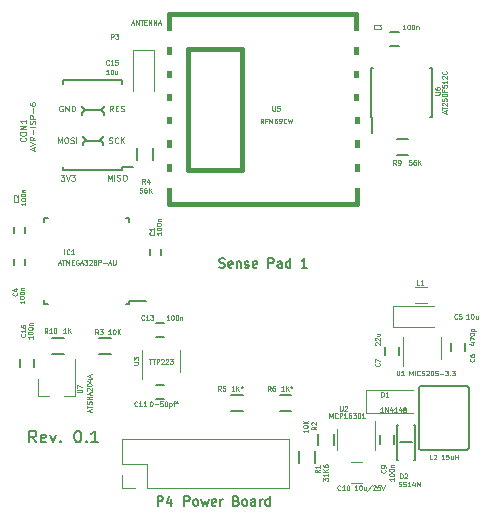
<source format=gto>
G04 #@! TF.GenerationSoftware,KiCad,Pcbnew,no-vcs-found-6cefb68~58~ubuntu16.04.1*
G04 #@! TF.CreationDate,2017-05-09T13:02:12+03:00*
G04 #@! TF.ProjectId,livolo_1_channel_1way_eu_switch,6C69766F6C6F5F315F6368616E6E656C,rev?*
G04 #@! TF.FileFunction,Legend,Top*
G04 #@! TF.FilePolarity,Positive*
%FSLAX46Y46*%
G04 Gerber Fmt 4.6, Leading zero omitted, Abs format (unit mm)*
G04 Created by KiCad (PCBNEW no-vcs-found-6cefb68~58~ubuntu16.04.1) date Tue May  9 13:02:12 2017*
%MOMM*%
%LPD*%
G01*
G04 APERTURE LIST*
%ADD10C,0.100000*%
%ADD11C,0.200000*%
%ADD12C,0.150000*%
%ADD13C,0.120000*%
%ADD14C,0.381000*%
%ADD15R,1.200000X0.900000*%
%ADD16R,1.000000X1.250000*%
%ADD17R,4.000000X2.000000*%
%ADD18R,1.200000X2.000000*%
%ADD19R,1.200000X1.400000*%
%ADD20R,0.900000X1.200000*%
%ADD21R,0.650000X1.060000*%
%ADD22R,2.500000X1.270000*%
%ADD23R,1.750000X1.260000*%
%ADD24R,1.200000X0.750000*%
%ADD25C,1.500000*%
%ADD26R,0.500000X0.600000*%
%ADD27R,0.750000X1.200000*%
%ADD28R,0.550000X1.600000*%
%ADD29R,1.600000X0.550000*%
%ADD30C,1.998980*%
%ADD31R,1.998980X1.399540*%
%ADD32R,0.600000X1.550000*%
%ADD33R,0.800000X1.900000*%
%ADD34R,0.500000X0.900000*%
%ADD35R,1.260000X1.750000*%
%ADD36O,1.350000X1.350000*%
%ADD37R,1.350000X1.350000*%
G04 APERTURE END LIST*
D10*
D11*
X123290476Y-106752380D02*
X122957142Y-106276190D01*
X122719047Y-106752380D02*
X122719047Y-105752380D01*
X123100000Y-105752380D01*
X123195238Y-105800000D01*
X123242857Y-105847619D01*
X123290476Y-105942857D01*
X123290476Y-106085714D01*
X123242857Y-106180952D01*
X123195238Y-106228571D01*
X123100000Y-106276190D01*
X122719047Y-106276190D01*
X124100000Y-106704761D02*
X124004761Y-106752380D01*
X123814285Y-106752380D01*
X123719047Y-106704761D01*
X123671428Y-106609523D01*
X123671428Y-106228571D01*
X123719047Y-106133333D01*
X123814285Y-106085714D01*
X124004761Y-106085714D01*
X124100000Y-106133333D01*
X124147619Y-106228571D01*
X124147619Y-106323809D01*
X123671428Y-106419047D01*
X124480952Y-106085714D02*
X124719047Y-106752380D01*
X124957142Y-106085714D01*
X125338095Y-106657142D02*
X125385714Y-106704761D01*
X125338095Y-106752380D01*
X125290476Y-106704761D01*
X125338095Y-106657142D01*
X125338095Y-106752380D01*
X126766666Y-105752380D02*
X126861904Y-105752380D01*
X126957142Y-105800000D01*
X127004761Y-105847619D01*
X127052380Y-105942857D01*
X127100000Y-106133333D01*
X127100000Y-106371428D01*
X127052380Y-106561904D01*
X127004761Y-106657142D01*
X126957142Y-106704761D01*
X126861904Y-106752380D01*
X126766666Y-106752380D01*
X126671428Y-106704761D01*
X126623809Y-106657142D01*
X126576190Y-106561904D01*
X126528571Y-106371428D01*
X126528571Y-106133333D01*
X126576190Y-105942857D01*
X126623809Y-105847619D01*
X126671428Y-105800000D01*
X126766666Y-105752380D01*
X127528571Y-106657142D02*
X127576190Y-106704761D01*
X127528571Y-106752380D01*
X127480952Y-106704761D01*
X127528571Y-106657142D01*
X127528571Y-106752380D01*
X128528571Y-106752380D02*
X127957142Y-106752380D01*
X128242857Y-106752380D02*
X128242857Y-105752380D01*
X128147619Y-105895238D01*
X128052380Y-105990476D01*
X127957142Y-106038095D01*
D10*
X129790476Y-78726190D02*
X129623809Y-78488095D01*
X129504761Y-78726190D02*
X129504761Y-78226190D01*
X129695238Y-78226190D01*
X129742857Y-78250000D01*
X129766666Y-78273809D01*
X129790476Y-78321428D01*
X129790476Y-78392857D01*
X129766666Y-78440476D01*
X129742857Y-78464285D01*
X129695238Y-78488095D01*
X129504761Y-78488095D01*
X130004761Y-78464285D02*
X130171428Y-78464285D01*
X130242857Y-78726190D02*
X130004761Y-78726190D01*
X130004761Y-78226190D01*
X130242857Y-78226190D01*
X130433333Y-78702380D02*
X130504761Y-78726190D01*
X130623809Y-78726190D01*
X130671428Y-78702380D01*
X130695238Y-78678571D01*
X130719047Y-78630952D01*
X130719047Y-78583333D01*
X130695238Y-78535714D01*
X130671428Y-78511904D01*
X130623809Y-78488095D01*
X130528571Y-78464285D01*
X130480952Y-78440476D01*
X130457142Y-78416666D01*
X130433333Y-78369047D01*
X130433333Y-78321428D01*
X130457142Y-78273809D01*
X130480952Y-78250000D01*
X130528571Y-78226190D01*
X130647619Y-78226190D01*
X130719047Y-78250000D01*
X129457142Y-81402380D02*
X129528571Y-81426190D01*
X129647619Y-81426190D01*
X129695238Y-81402380D01*
X129719047Y-81378571D01*
X129742857Y-81330952D01*
X129742857Y-81283333D01*
X129719047Y-81235714D01*
X129695238Y-81211904D01*
X129647619Y-81188095D01*
X129552380Y-81164285D01*
X129504761Y-81140476D01*
X129480952Y-81116666D01*
X129457142Y-81069047D01*
X129457142Y-81021428D01*
X129480952Y-80973809D01*
X129504761Y-80950000D01*
X129552380Y-80926190D01*
X129671428Y-80926190D01*
X129742857Y-80950000D01*
X130242857Y-81378571D02*
X130219047Y-81402380D01*
X130147619Y-81426190D01*
X130100000Y-81426190D01*
X130028571Y-81402380D01*
X129980952Y-81354761D01*
X129957142Y-81307142D01*
X129933333Y-81211904D01*
X129933333Y-81140476D01*
X129957142Y-81045238D01*
X129980952Y-80997619D01*
X130028571Y-80950000D01*
X130100000Y-80926190D01*
X130147619Y-80926190D01*
X130219047Y-80950000D01*
X130242857Y-80973809D01*
X130457142Y-81426190D02*
X130457142Y-80926190D01*
X130742857Y-81426190D02*
X130528571Y-81140476D01*
X130742857Y-80926190D02*
X130457142Y-81211904D01*
X129339285Y-84576190D02*
X129339285Y-84076190D01*
X129505952Y-84433333D01*
X129672619Y-84076190D01*
X129672619Y-84576190D01*
X129910714Y-84576190D02*
X129910714Y-84076190D01*
X130125000Y-84552380D02*
X130196428Y-84576190D01*
X130315476Y-84576190D01*
X130363095Y-84552380D01*
X130386904Y-84528571D01*
X130410714Y-84480952D01*
X130410714Y-84433333D01*
X130386904Y-84385714D01*
X130363095Y-84361904D01*
X130315476Y-84338095D01*
X130220238Y-84314285D01*
X130172619Y-84290476D01*
X130148809Y-84266666D01*
X130125000Y-84219047D01*
X130125000Y-84171428D01*
X130148809Y-84123809D01*
X130172619Y-84100000D01*
X130220238Y-84076190D01*
X130339285Y-84076190D01*
X130410714Y-84100000D01*
X130720238Y-84076190D02*
X130815476Y-84076190D01*
X130863095Y-84100000D01*
X130910714Y-84147619D01*
X130934523Y-84242857D01*
X130934523Y-84409523D01*
X130910714Y-84504761D01*
X130863095Y-84552380D01*
X130815476Y-84576190D01*
X130720238Y-84576190D01*
X130672619Y-84552380D01*
X130625000Y-84504761D01*
X130601190Y-84409523D01*
X130601190Y-84242857D01*
X130625000Y-84147619D01*
X130672619Y-84100000D01*
X130720238Y-84076190D01*
X125519047Y-78250000D02*
X125471428Y-78226190D01*
X125400000Y-78226190D01*
X125328571Y-78250000D01*
X125280952Y-78297619D01*
X125257142Y-78345238D01*
X125233333Y-78440476D01*
X125233333Y-78511904D01*
X125257142Y-78607142D01*
X125280952Y-78654761D01*
X125328571Y-78702380D01*
X125400000Y-78726190D01*
X125447619Y-78726190D01*
X125519047Y-78702380D01*
X125542857Y-78678571D01*
X125542857Y-78511904D01*
X125447619Y-78511904D01*
X125757142Y-78726190D02*
X125757142Y-78226190D01*
X126042857Y-78726190D01*
X126042857Y-78226190D01*
X126280952Y-78726190D02*
X126280952Y-78226190D01*
X126400000Y-78226190D01*
X126471428Y-78250000D01*
X126519047Y-78297619D01*
X126542857Y-78345238D01*
X126566666Y-78440476D01*
X126566666Y-78511904D01*
X126542857Y-78607142D01*
X126519047Y-78654761D01*
X126471428Y-78702380D01*
X126400000Y-78726190D01*
X126280952Y-78726190D01*
X125114285Y-81426190D02*
X125114285Y-80926190D01*
X125280952Y-81283333D01*
X125447619Y-80926190D01*
X125447619Y-81426190D01*
X125780952Y-80926190D02*
X125876190Y-80926190D01*
X125923809Y-80950000D01*
X125971428Y-80997619D01*
X125995238Y-81092857D01*
X125995238Y-81259523D01*
X125971428Y-81354761D01*
X125923809Y-81402380D01*
X125876190Y-81426190D01*
X125780952Y-81426190D01*
X125733333Y-81402380D01*
X125685714Y-81354761D01*
X125661904Y-81259523D01*
X125661904Y-81092857D01*
X125685714Y-80997619D01*
X125733333Y-80950000D01*
X125780952Y-80926190D01*
X126185714Y-81402380D02*
X126257142Y-81426190D01*
X126376190Y-81426190D01*
X126423809Y-81402380D01*
X126447619Y-81378571D01*
X126471428Y-81330952D01*
X126471428Y-81283333D01*
X126447619Y-81235714D01*
X126423809Y-81211904D01*
X126376190Y-81188095D01*
X126280952Y-81164285D01*
X126233333Y-81140476D01*
X126209523Y-81116666D01*
X126185714Y-81069047D01*
X126185714Y-81021428D01*
X126209523Y-80973809D01*
X126233333Y-80950000D01*
X126280952Y-80926190D01*
X126400000Y-80926190D01*
X126471428Y-80950000D01*
X126685714Y-81426190D02*
X126685714Y-80926190D01*
X125355952Y-84101190D02*
X125665476Y-84101190D01*
X125498809Y-84291666D01*
X125570238Y-84291666D01*
X125617857Y-84315476D01*
X125641666Y-84339285D01*
X125665476Y-84386904D01*
X125665476Y-84505952D01*
X125641666Y-84553571D01*
X125617857Y-84577380D01*
X125570238Y-84601190D01*
X125427380Y-84601190D01*
X125379761Y-84577380D01*
X125355952Y-84553571D01*
X125808333Y-84101190D02*
X125975000Y-84601190D01*
X126141666Y-84101190D01*
X126260714Y-84101190D02*
X126570238Y-84101190D01*
X126403571Y-84291666D01*
X126475000Y-84291666D01*
X126522619Y-84315476D01*
X126546428Y-84339285D01*
X126570238Y-84386904D01*
X126570238Y-84505952D01*
X126546428Y-84553571D01*
X126522619Y-84577380D01*
X126475000Y-84601190D01*
X126332142Y-84601190D01*
X126284523Y-84577380D01*
X126260714Y-84553571D01*
D12*
X128600000Y-97925000D02*
X129600000Y-97925000D01*
X129600000Y-99275000D02*
X128600000Y-99275000D01*
D13*
X150900000Y-108450000D02*
X149900000Y-108450000D01*
X149900000Y-110150000D02*
X150900000Y-110150000D01*
D12*
X155700000Y-107275000D02*
X155875000Y-107400000D01*
X159900000Y-107250000D02*
X159775000Y-107400000D01*
X159775000Y-107400000D02*
X155900000Y-107400000D01*
X159900000Y-102050000D02*
X159700000Y-101950000D01*
X159900000Y-107250000D02*
X159900000Y-102050000D01*
X155900000Y-101950000D02*
X159700000Y-101950000D01*
X155700000Y-107275000D02*
X155700000Y-102075000D01*
X155700000Y-102075000D02*
X155900000Y-101950000D01*
D11*
X155100000Y-106700000D02*
X154100000Y-106700000D01*
D12*
X155400000Y-108200000D02*
X155300000Y-108200000D01*
X155400000Y-105300000D02*
X155400000Y-108200000D01*
X153800000Y-105300000D02*
X153800000Y-108201723D01*
X153900000Y-108200000D02*
X153800000Y-108200000D01*
X153900000Y-105300000D02*
X153800000Y-105300000D01*
X155400000Y-105300000D02*
X155300000Y-105300000D01*
X146875000Y-107500000D02*
X146875000Y-108500000D01*
X145525000Y-108500000D02*
X145525000Y-107500000D01*
D13*
X152010000Y-107400000D02*
X152010000Y-104950000D01*
X148790000Y-105600000D02*
X148790000Y-107400000D01*
D12*
X128750152Y-78630000D02*
X127448117Y-78630000D01*
X129050000Y-78376000D02*
X128796000Y-78630000D01*
X128796000Y-78630000D02*
X129050000Y-78884000D01*
X129050000Y-78884000D02*
X129050000Y-79011000D01*
X129050000Y-78249000D02*
X129050000Y-78376000D01*
X128950000Y-80916000D02*
X128696000Y-81170000D01*
X127150000Y-78884000D02*
X127404000Y-78630000D01*
X128950000Y-81424000D02*
X128950000Y-81551000D01*
X127150000Y-78376000D02*
X127150000Y-78249000D01*
X128696000Y-81170000D02*
X128950000Y-81424000D01*
X127404000Y-78630000D02*
X127150000Y-78376000D01*
X128950000Y-80789000D02*
X128950000Y-80916000D01*
X127150000Y-79011000D02*
X127150000Y-78884000D01*
X125550000Y-83710000D02*
X125550000Y-83430000D01*
X127250000Y-80916000D02*
X127250000Y-80789000D01*
X127504000Y-81170000D02*
X127250000Y-80916000D01*
X127250000Y-81424000D02*
X127504000Y-81170000D01*
X127250000Y-81551000D02*
X127250000Y-81424000D01*
X125550000Y-83710000D02*
X130550000Y-83710000D01*
X130550000Y-83710000D02*
X130550000Y-83430000D01*
X130550000Y-76090000D02*
X130550000Y-76370000D01*
X125550000Y-76090000D02*
X130550000Y-76090000D01*
X125550000Y-76090000D02*
X125550000Y-76370000D01*
X128750000Y-81200000D02*
X127450000Y-81200000D01*
X130550000Y-83400000D02*
X131450000Y-83400000D01*
D13*
X153500000Y-95192000D02*
X156950000Y-95192000D01*
X153500000Y-96992000D02*
X156950000Y-96992000D01*
X153500000Y-95192000D02*
X153500000Y-96992000D01*
D12*
X125634000Y-99263000D02*
X124634000Y-99263000D01*
X124634000Y-97913000D02*
X125634000Y-97913000D01*
X153275000Y-72000000D02*
X153975000Y-72000000D01*
X153975000Y-73200000D02*
X153275000Y-73200000D01*
X121425000Y-91250000D02*
X121425000Y-91750000D01*
X122375000Y-91750000D02*
X122375000Y-91250000D01*
X122375000Y-89050000D02*
X122375000Y-88550000D01*
X121425000Y-88550000D02*
X121425000Y-89050000D01*
X133875000Y-90850000D02*
X133875000Y-90350000D01*
X132925000Y-90350000D02*
X132925000Y-90850000D01*
X152800000Y-99350000D02*
X152800000Y-98650000D01*
X154000000Y-98650000D02*
X154000000Y-99350000D01*
X158400000Y-99050000D02*
X158400000Y-98350000D01*
X159600000Y-98350000D02*
X159600000Y-99050000D01*
X152400000Y-106850000D02*
X152400000Y-106150000D01*
X153600000Y-106150000D02*
X153600000Y-106850000D01*
X134150000Y-103100000D02*
X133450000Y-103100000D01*
X133450000Y-101900000D02*
X134150000Y-101900000D01*
X133450000Y-96600000D02*
X134150000Y-96600000D01*
X134150000Y-97800000D02*
X133450000Y-97800000D01*
D13*
X151250000Y-102300000D02*
X155150000Y-102300000D01*
X151250000Y-104300000D02*
X155150000Y-104300000D01*
X151250000Y-102300000D02*
X151250000Y-104300000D01*
D12*
X131175000Y-94800000D02*
X132600000Y-94800000D01*
X123925000Y-95025000D02*
X124250000Y-95025000D01*
X123925000Y-87775000D02*
X124250000Y-87775000D01*
X131175000Y-87775000D02*
X130850000Y-87775000D01*
X131175000Y-95025000D02*
X130850000Y-95025000D01*
X131175000Y-87775000D02*
X131175000Y-88100000D01*
X123925000Y-87775000D02*
X123925000Y-88100000D01*
X123925000Y-95025000D02*
X123925000Y-94700000D01*
X131175000Y-95025000D02*
X131175000Y-94800000D01*
X148475000Y-106000000D02*
X148475000Y-107000000D01*
X147125000Y-107000000D02*
X147125000Y-106000000D01*
X131825000Y-82800000D02*
X131825000Y-81800000D01*
X133175000Y-81800000D02*
X133175000Y-82800000D01*
X139800000Y-102725000D02*
X140800000Y-102725000D01*
X140800000Y-104075000D02*
X139800000Y-104075000D01*
X144900000Y-104075000D02*
X143900000Y-104075000D01*
X143900000Y-102725000D02*
X144900000Y-102725000D01*
D13*
X154340000Y-97850000D02*
X154340000Y-100300000D01*
X157560000Y-99650000D02*
X157560000Y-97850000D01*
X132240000Y-98950000D02*
X132240000Y-101400000D01*
X135460000Y-100750000D02*
X135460000Y-98950000D01*
D14*
X136150800Y-83650320D02*
X136150800Y-73449680D01*
X136150800Y-73449680D02*
X140750740Y-73449680D01*
X140750740Y-73449680D02*
X140750740Y-83650320D01*
X140750740Y-83650320D02*
X136150800Y-83650320D01*
X134499800Y-70500740D02*
X150400200Y-70500740D01*
X150400200Y-70500740D02*
X150451000Y-86599260D01*
X150451000Y-86599260D02*
X134499800Y-86599260D01*
X134499800Y-86599260D02*
X134499800Y-70500740D01*
D12*
X123100000Y-99700000D02*
X123100000Y-100400000D01*
X121900000Y-100400000D02*
X121900000Y-99700000D01*
X154800000Y-82375000D02*
X153800000Y-82375000D01*
X153800000Y-81025000D02*
X154800000Y-81025000D01*
X151680000Y-79175000D02*
X151680000Y-80575000D01*
X156780000Y-79175000D02*
X156780000Y-75025000D01*
X151630000Y-79175000D02*
X151630000Y-75025000D01*
X156780000Y-79175000D02*
X156635000Y-79175000D01*
X156780000Y-75025000D02*
X156635000Y-75025000D01*
X151630000Y-75025000D02*
X151775000Y-75025000D01*
X151630000Y-79175000D02*
X151680000Y-79175000D01*
D13*
X123420000Y-102810000D02*
X123420000Y-101350000D01*
X126580000Y-102810000D02*
X126580000Y-99650000D01*
X126580000Y-102810000D02*
X125650000Y-102810000D01*
X123420000Y-102810000D02*
X124350000Y-102810000D01*
X155350000Y-93620000D02*
X156350000Y-93620000D01*
X156350000Y-94980000D02*
X155350000Y-94980000D01*
X133300000Y-73550000D02*
X131500000Y-73550000D01*
X131500000Y-73550000D02*
X131500000Y-77000000D01*
X133300000Y-73550000D02*
X133300000Y-77000000D01*
X130590000Y-110610000D02*
X130590000Y-109550000D01*
X131650000Y-110610000D02*
X130590000Y-110610000D01*
X132650000Y-108550000D02*
X132650000Y-110610000D01*
X130590000Y-108550000D02*
X132650000Y-108550000D01*
X130590000Y-106490000D02*
X130590000Y-108550000D01*
X144710000Y-106490000D02*
X130590000Y-106490000D01*
X144710000Y-110610000D02*
X144710000Y-106490000D01*
X132650000Y-110610000D02*
X144710000Y-110610000D01*
D10*
X128533333Y-97580952D02*
X128400000Y-97390476D01*
X128304761Y-97580952D02*
X128304761Y-97180952D01*
X128457142Y-97180952D01*
X128495238Y-97200000D01*
X128514285Y-97219047D01*
X128533333Y-97257142D01*
X128533333Y-97314285D01*
X128514285Y-97352380D01*
X128495238Y-97371428D01*
X128457142Y-97390476D01*
X128304761Y-97390476D01*
X128666666Y-97180952D02*
X128914285Y-97180952D01*
X128780952Y-97333333D01*
X128838095Y-97333333D01*
X128876190Y-97352380D01*
X128895238Y-97371428D01*
X128914285Y-97409523D01*
X128914285Y-97504761D01*
X128895238Y-97542857D01*
X128876190Y-97561904D01*
X128838095Y-97580952D01*
X128723809Y-97580952D01*
X128685714Y-97561904D01*
X128666666Y-97542857D01*
X129623809Y-97580952D02*
X129395238Y-97580952D01*
X129509523Y-97580952D02*
X129509523Y-97180952D01*
X129471428Y-97238095D01*
X129433333Y-97276190D01*
X129395238Y-97295238D01*
X129871428Y-97180952D02*
X129909523Y-97180952D01*
X129947619Y-97200000D01*
X129966666Y-97219047D01*
X129985714Y-97257142D01*
X130004761Y-97333333D01*
X130004761Y-97428571D01*
X129985714Y-97504761D01*
X129966666Y-97542857D01*
X129947619Y-97561904D01*
X129909523Y-97580952D01*
X129871428Y-97580952D01*
X129833333Y-97561904D01*
X129814285Y-97542857D01*
X129795238Y-97504761D01*
X129776190Y-97428571D01*
X129776190Y-97333333D01*
X129795238Y-97257142D01*
X129814285Y-97219047D01*
X129833333Y-97200000D01*
X129871428Y-97180952D01*
X130176190Y-97580952D02*
X130176190Y-97180952D01*
X130404761Y-97580952D02*
X130233333Y-97352380D01*
X130404761Y-97180952D02*
X130176190Y-97409523D01*
X149042857Y-110742857D02*
X149023809Y-110761904D01*
X148966666Y-110780952D01*
X148928571Y-110780952D01*
X148871428Y-110761904D01*
X148833333Y-110723809D01*
X148814285Y-110685714D01*
X148795238Y-110609523D01*
X148795238Y-110552380D01*
X148814285Y-110476190D01*
X148833333Y-110438095D01*
X148871428Y-110400000D01*
X148928571Y-110380952D01*
X148966666Y-110380952D01*
X149023809Y-110400000D01*
X149042857Y-110419047D01*
X149423809Y-110780952D02*
X149195238Y-110780952D01*
X149309523Y-110780952D02*
X149309523Y-110380952D01*
X149271428Y-110438095D01*
X149233333Y-110476190D01*
X149195238Y-110495238D01*
X149671428Y-110380952D02*
X149709523Y-110380952D01*
X149747619Y-110400000D01*
X149766666Y-110419047D01*
X149785714Y-110457142D01*
X149804761Y-110533333D01*
X149804761Y-110628571D01*
X149785714Y-110704761D01*
X149766666Y-110742857D01*
X149747619Y-110761904D01*
X149709523Y-110780952D01*
X149671428Y-110780952D01*
X149633333Y-110761904D01*
X149614285Y-110742857D01*
X149595238Y-110704761D01*
X149576190Y-110628571D01*
X149576190Y-110533333D01*
X149595238Y-110457142D01*
X149614285Y-110419047D01*
X149633333Y-110400000D01*
X149671428Y-110380952D01*
X150480952Y-110780952D02*
X150252380Y-110780952D01*
X150366666Y-110780952D02*
X150366666Y-110380952D01*
X150328571Y-110438095D01*
X150290476Y-110476190D01*
X150252380Y-110495238D01*
X150728571Y-110380952D02*
X150766666Y-110380952D01*
X150804761Y-110400000D01*
X150823809Y-110419047D01*
X150842857Y-110457142D01*
X150861904Y-110533333D01*
X150861904Y-110628571D01*
X150842857Y-110704761D01*
X150823809Y-110742857D01*
X150804761Y-110761904D01*
X150766666Y-110780952D01*
X150728571Y-110780952D01*
X150690476Y-110761904D01*
X150671428Y-110742857D01*
X150652380Y-110704761D01*
X150633333Y-110628571D01*
X150633333Y-110533333D01*
X150652380Y-110457142D01*
X150671428Y-110419047D01*
X150690476Y-110400000D01*
X150728571Y-110380952D01*
X151204761Y-110514285D02*
X151204761Y-110780952D01*
X151033333Y-110514285D02*
X151033333Y-110723809D01*
X151052380Y-110761904D01*
X151090476Y-110780952D01*
X151147619Y-110780952D01*
X151185714Y-110761904D01*
X151204761Y-110742857D01*
X151680952Y-110361904D02*
X151338095Y-110876190D01*
X151795238Y-110419047D02*
X151814285Y-110400000D01*
X151852380Y-110380952D01*
X151947619Y-110380952D01*
X151985714Y-110400000D01*
X152004761Y-110419047D01*
X152023809Y-110457142D01*
X152023809Y-110495238D01*
X152004761Y-110552380D01*
X151776190Y-110780952D01*
X152023809Y-110780952D01*
X152385714Y-110380952D02*
X152195238Y-110380952D01*
X152176190Y-110571428D01*
X152195238Y-110552380D01*
X152233333Y-110533333D01*
X152328571Y-110533333D01*
X152366666Y-110552380D01*
X152385714Y-110571428D01*
X152404761Y-110609523D01*
X152404761Y-110704761D01*
X152385714Y-110742857D01*
X152366666Y-110761904D01*
X152328571Y-110780952D01*
X152233333Y-110780952D01*
X152195238Y-110761904D01*
X152176190Y-110742857D01*
X152519047Y-110380952D02*
X152652380Y-110780952D01*
X152785714Y-110380952D01*
X156833333Y-108180952D02*
X156642857Y-108180952D01*
X156642857Y-107780952D01*
X156947619Y-107819047D02*
X156966666Y-107800000D01*
X157004761Y-107780952D01*
X157100000Y-107780952D01*
X157138095Y-107800000D01*
X157157142Y-107819047D01*
X157176190Y-107857142D01*
X157176190Y-107895238D01*
X157157142Y-107952380D01*
X156928571Y-108180952D01*
X157176190Y-108180952D01*
X157833333Y-108180952D02*
X157604761Y-108180952D01*
X157719047Y-108180952D02*
X157719047Y-107780952D01*
X157680952Y-107838095D01*
X157642857Y-107876190D01*
X157604761Y-107895238D01*
X158195238Y-107780952D02*
X158004761Y-107780952D01*
X157985714Y-107971428D01*
X158004761Y-107952380D01*
X158042857Y-107933333D01*
X158138095Y-107933333D01*
X158176190Y-107952380D01*
X158195238Y-107971428D01*
X158214285Y-108009523D01*
X158214285Y-108104761D01*
X158195238Y-108142857D01*
X158176190Y-108161904D01*
X158138095Y-108180952D01*
X158042857Y-108180952D01*
X158004761Y-108161904D01*
X157985714Y-108142857D01*
X158557142Y-107914285D02*
X158557142Y-108180952D01*
X158385714Y-107914285D02*
X158385714Y-108123809D01*
X158404761Y-108161904D01*
X158442857Y-108180952D01*
X158500000Y-108180952D01*
X158538095Y-108161904D01*
X158557142Y-108142857D01*
X158747619Y-108180952D02*
X158747619Y-107780952D01*
X158747619Y-107971428D02*
X158976190Y-107971428D01*
X158976190Y-108180952D02*
X158976190Y-107780952D01*
X154104761Y-109780952D02*
X154104761Y-109380952D01*
X154200000Y-109380952D01*
X154257142Y-109400000D01*
X154295238Y-109438095D01*
X154314285Y-109476190D01*
X154333333Y-109552380D01*
X154333333Y-109609523D01*
X154314285Y-109685714D01*
X154295238Y-109723809D01*
X154257142Y-109761904D01*
X154200000Y-109780952D01*
X154104761Y-109780952D01*
X154485714Y-109419047D02*
X154504761Y-109400000D01*
X154542857Y-109380952D01*
X154638095Y-109380952D01*
X154676190Y-109400000D01*
X154695238Y-109419047D01*
X154714285Y-109457142D01*
X154714285Y-109495238D01*
X154695238Y-109552380D01*
X154466666Y-109780952D01*
X154714285Y-109780952D01*
X153985714Y-110461904D02*
X154042857Y-110480952D01*
X154138095Y-110480952D01*
X154176190Y-110461904D01*
X154195238Y-110442857D01*
X154214285Y-110404761D01*
X154214285Y-110366666D01*
X154195238Y-110328571D01*
X154176190Y-110309523D01*
X154138095Y-110290476D01*
X154061904Y-110271428D01*
X154023809Y-110252380D01*
X154004761Y-110233333D01*
X153985714Y-110195238D01*
X153985714Y-110157142D01*
X154004761Y-110119047D01*
X154023809Y-110100000D01*
X154061904Y-110080952D01*
X154157142Y-110080952D01*
X154214285Y-110100000D01*
X154366666Y-110461904D02*
X154423809Y-110480952D01*
X154519047Y-110480952D01*
X154557142Y-110461904D01*
X154576190Y-110442857D01*
X154595238Y-110404761D01*
X154595238Y-110366666D01*
X154576190Y-110328571D01*
X154557142Y-110309523D01*
X154519047Y-110290476D01*
X154442857Y-110271428D01*
X154404761Y-110252380D01*
X154385714Y-110233333D01*
X154366666Y-110195238D01*
X154366666Y-110157142D01*
X154385714Y-110119047D01*
X154404761Y-110100000D01*
X154442857Y-110080952D01*
X154538095Y-110080952D01*
X154595238Y-110100000D01*
X154976190Y-110480952D02*
X154747619Y-110480952D01*
X154861904Y-110480952D02*
X154861904Y-110080952D01*
X154823809Y-110138095D01*
X154785714Y-110176190D01*
X154747619Y-110195238D01*
X155319047Y-110214285D02*
X155319047Y-110480952D01*
X155223809Y-110061904D02*
X155128571Y-110347619D01*
X155376190Y-110347619D01*
X155528571Y-110480952D02*
X155528571Y-110080952D01*
X155661904Y-110366666D01*
X155795238Y-110080952D01*
X155795238Y-110480952D01*
X146980952Y-105416666D02*
X146790476Y-105550000D01*
X146980952Y-105645238D02*
X146580952Y-105645238D01*
X146580952Y-105492857D01*
X146600000Y-105454761D01*
X146619047Y-105435714D01*
X146657142Y-105416666D01*
X146714285Y-105416666D01*
X146752380Y-105435714D01*
X146771428Y-105454761D01*
X146790476Y-105492857D01*
X146790476Y-105645238D01*
X146619047Y-105264285D02*
X146600000Y-105245238D01*
X146580952Y-105207142D01*
X146580952Y-105111904D01*
X146600000Y-105073809D01*
X146619047Y-105054761D01*
X146657142Y-105035714D01*
X146695238Y-105035714D01*
X146752380Y-105054761D01*
X146980952Y-105283333D01*
X146980952Y-105035714D01*
X146280952Y-105676190D02*
X146280952Y-105904761D01*
X146280952Y-105790476D02*
X145880952Y-105790476D01*
X145938095Y-105828571D01*
X145976190Y-105866666D01*
X145995238Y-105904761D01*
X145880952Y-105428571D02*
X145880952Y-105390476D01*
X145900000Y-105352380D01*
X145919047Y-105333333D01*
X145957142Y-105314285D01*
X146033333Y-105295238D01*
X146128571Y-105295238D01*
X146204761Y-105314285D01*
X146242857Y-105333333D01*
X146261904Y-105352380D01*
X146280952Y-105390476D01*
X146280952Y-105428571D01*
X146261904Y-105466666D01*
X146242857Y-105485714D01*
X146204761Y-105504761D01*
X146128571Y-105523809D01*
X146033333Y-105523809D01*
X145957142Y-105504761D01*
X145919047Y-105485714D01*
X145900000Y-105466666D01*
X145880952Y-105428571D01*
X146280952Y-105123809D02*
X145880952Y-105123809D01*
X146280952Y-104895238D02*
X146052380Y-105066666D01*
X145880952Y-104895238D02*
X146109523Y-105123809D01*
X148995238Y-103680952D02*
X148995238Y-104004761D01*
X149014285Y-104042857D01*
X149033333Y-104061904D01*
X149071428Y-104080952D01*
X149147619Y-104080952D01*
X149185714Y-104061904D01*
X149204761Y-104042857D01*
X149223809Y-104004761D01*
X149223809Y-103680952D01*
X149395238Y-103719047D02*
X149414285Y-103700000D01*
X149452380Y-103680952D01*
X149547619Y-103680952D01*
X149585714Y-103700000D01*
X149604761Y-103719047D01*
X149623809Y-103757142D01*
X149623809Y-103795238D01*
X149604761Y-103852380D01*
X149376190Y-104080952D01*
X149623809Y-104080952D01*
X148114285Y-104680952D02*
X148114285Y-104280952D01*
X148247619Y-104566666D01*
X148380952Y-104280952D01*
X148380952Y-104680952D01*
X148800000Y-104642857D02*
X148780952Y-104661904D01*
X148723809Y-104680952D01*
X148685714Y-104680952D01*
X148628571Y-104661904D01*
X148590476Y-104623809D01*
X148571428Y-104585714D01*
X148552380Y-104509523D01*
X148552380Y-104452380D01*
X148571428Y-104376190D01*
X148590476Y-104338095D01*
X148628571Y-104300000D01*
X148685714Y-104280952D01*
X148723809Y-104280952D01*
X148780952Y-104300000D01*
X148800000Y-104319047D01*
X148971428Y-104680952D02*
X148971428Y-104280952D01*
X149123809Y-104280952D01*
X149161904Y-104300000D01*
X149180952Y-104319047D01*
X149200000Y-104357142D01*
X149200000Y-104414285D01*
X149180952Y-104452380D01*
X149161904Y-104471428D01*
X149123809Y-104490476D01*
X148971428Y-104490476D01*
X149580952Y-104680952D02*
X149352380Y-104680952D01*
X149466666Y-104680952D02*
X149466666Y-104280952D01*
X149428571Y-104338095D01*
X149390476Y-104376190D01*
X149352380Y-104395238D01*
X149923809Y-104280952D02*
X149847619Y-104280952D01*
X149809523Y-104300000D01*
X149790476Y-104319047D01*
X149752380Y-104376190D01*
X149733333Y-104452380D01*
X149733333Y-104604761D01*
X149752380Y-104642857D01*
X149771428Y-104661904D01*
X149809523Y-104680952D01*
X149885714Y-104680952D01*
X149923809Y-104661904D01*
X149942857Y-104642857D01*
X149961904Y-104604761D01*
X149961904Y-104509523D01*
X149942857Y-104471428D01*
X149923809Y-104452380D01*
X149885714Y-104433333D01*
X149809523Y-104433333D01*
X149771428Y-104452380D01*
X149752380Y-104471428D01*
X149733333Y-104509523D01*
X150095238Y-104280952D02*
X150342857Y-104280952D01*
X150209523Y-104433333D01*
X150266666Y-104433333D01*
X150304761Y-104452380D01*
X150323809Y-104471428D01*
X150342857Y-104509523D01*
X150342857Y-104604761D01*
X150323809Y-104642857D01*
X150304761Y-104661904D01*
X150266666Y-104680952D01*
X150152380Y-104680952D01*
X150114285Y-104661904D01*
X150095238Y-104642857D01*
X150590476Y-104280952D02*
X150628571Y-104280952D01*
X150666666Y-104300000D01*
X150685714Y-104319047D01*
X150704761Y-104357142D01*
X150723809Y-104433333D01*
X150723809Y-104528571D01*
X150704761Y-104604761D01*
X150685714Y-104642857D01*
X150666666Y-104661904D01*
X150628571Y-104680952D01*
X150590476Y-104680952D01*
X150552380Y-104661904D01*
X150533333Y-104642857D01*
X150514285Y-104604761D01*
X150495238Y-104528571D01*
X150495238Y-104433333D01*
X150514285Y-104357142D01*
X150533333Y-104319047D01*
X150552380Y-104300000D01*
X150590476Y-104280952D01*
X151104761Y-104680952D02*
X150876190Y-104680952D01*
X150990476Y-104680952D02*
X150990476Y-104280952D01*
X150952380Y-104338095D01*
X150914285Y-104376190D01*
X150876190Y-104395238D01*
X122378571Y-80957142D02*
X122402380Y-80980952D01*
X122426190Y-81052380D01*
X122426190Y-81100000D01*
X122402380Y-81171428D01*
X122354761Y-81219047D01*
X122307142Y-81242857D01*
X122211904Y-81266666D01*
X122140476Y-81266666D01*
X122045238Y-81242857D01*
X121997619Y-81219047D01*
X121950000Y-81171428D01*
X121926190Y-81100000D01*
X121926190Y-81052380D01*
X121950000Y-80980952D01*
X121973809Y-80957142D01*
X121926190Y-80647619D02*
X121926190Y-80552380D01*
X121950000Y-80504761D01*
X121997619Y-80457142D01*
X122092857Y-80433333D01*
X122259523Y-80433333D01*
X122354761Y-80457142D01*
X122402380Y-80504761D01*
X122426190Y-80552380D01*
X122426190Y-80647619D01*
X122402380Y-80695238D01*
X122354761Y-80742857D01*
X122259523Y-80766666D01*
X122092857Y-80766666D01*
X121997619Y-80742857D01*
X121950000Y-80695238D01*
X121926190Y-80647619D01*
X122426190Y-80219047D02*
X121926190Y-80219047D01*
X122426190Y-79933333D01*
X121926190Y-79933333D01*
X122426190Y-79433333D02*
X122426190Y-79719047D01*
X122426190Y-79576190D02*
X121926190Y-79576190D01*
X121997619Y-79623809D01*
X122045238Y-79671428D01*
X122069047Y-79719047D01*
X123083333Y-82047619D02*
X123083333Y-81809523D01*
X123226190Y-82095238D02*
X122726190Y-81928571D01*
X123226190Y-81761904D01*
X122726190Y-81666666D02*
X123226190Y-81500000D01*
X122726190Y-81333333D01*
X123226190Y-80880952D02*
X122988095Y-81047619D01*
X123226190Y-81166666D02*
X122726190Y-81166666D01*
X122726190Y-80976190D01*
X122750000Y-80928571D01*
X122773809Y-80904761D01*
X122821428Y-80880952D01*
X122892857Y-80880952D01*
X122940476Y-80904761D01*
X122964285Y-80928571D01*
X122988095Y-80976190D01*
X122988095Y-81166666D01*
X123035714Y-80666666D02*
X123035714Y-80285714D01*
X123226190Y-80047619D02*
X122726190Y-80047619D01*
X123202380Y-79833333D02*
X123226190Y-79761904D01*
X123226190Y-79642857D01*
X123202380Y-79595238D01*
X123178571Y-79571428D01*
X123130952Y-79547619D01*
X123083333Y-79547619D01*
X123035714Y-79571428D01*
X123011904Y-79595238D01*
X122988095Y-79642857D01*
X122964285Y-79738095D01*
X122940476Y-79785714D01*
X122916666Y-79809523D01*
X122869047Y-79833333D01*
X122821428Y-79833333D01*
X122773809Y-79809523D01*
X122750000Y-79785714D01*
X122726190Y-79738095D01*
X122726190Y-79619047D01*
X122750000Y-79547619D01*
X123226190Y-79333333D02*
X122726190Y-79333333D01*
X122726190Y-79142857D01*
X122750000Y-79095238D01*
X122773809Y-79071428D01*
X122821428Y-79047619D01*
X122892857Y-79047619D01*
X122940476Y-79071428D01*
X122964285Y-79095238D01*
X122988095Y-79142857D01*
X122988095Y-79333333D01*
X123035714Y-78833333D02*
X123035714Y-78452380D01*
X122726190Y-78000000D02*
X122726190Y-78095238D01*
X122750000Y-78142857D01*
X122773809Y-78166666D01*
X122845238Y-78214285D01*
X122940476Y-78238095D01*
X123130952Y-78238095D01*
X123178571Y-78214285D01*
X123202380Y-78190476D01*
X123226190Y-78142857D01*
X123226190Y-78047619D01*
X123202380Y-78000000D01*
X123178571Y-77976190D01*
X123130952Y-77952380D01*
X123011904Y-77952380D01*
X122964285Y-77976190D01*
X122940476Y-78000000D01*
X122916666Y-78047619D01*
X122916666Y-78142857D01*
X122940476Y-78190476D01*
X122964285Y-78214285D01*
X123011904Y-78238095D01*
X158933333Y-96242857D02*
X158914285Y-96261904D01*
X158857142Y-96280952D01*
X158819047Y-96280952D01*
X158761904Y-96261904D01*
X158723809Y-96223809D01*
X158704761Y-96185714D01*
X158685714Y-96109523D01*
X158685714Y-96052380D01*
X158704761Y-95976190D01*
X158723809Y-95938095D01*
X158761904Y-95900000D01*
X158819047Y-95880952D01*
X158857142Y-95880952D01*
X158914285Y-95900000D01*
X158933333Y-95919047D01*
X159295238Y-95880952D02*
X159104761Y-95880952D01*
X159085714Y-96071428D01*
X159104761Y-96052380D01*
X159142857Y-96033333D01*
X159238095Y-96033333D01*
X159276190Y-96052380D01*
X159295238Y-96071428D01*
X159314285Y-96109523D01*
X159314285Y-96204761D01*
X159295238Y-96242857D01*
X159276190Y-96261904D01*
X159238095Y-96280952D01*
X159142857Y-96280952D01*
X159104761Y-96261904D01*
X159085714Y-96242857D01*
X159942857Y-96280952D02*
X159714285Y-96280952D01*
X159828571Y-96280952D02*
X159828571Y-95880952D01*
X159790476Y-95938095D01*
X159752380Y-95976190D01*
X159714285Y-95995238D01*
X160190476Y-95880952D02*
X160228571Y-95880952D01*
X160266666Y-95900000D01*
X160285714Y-95919047D01*
X160304761Y-95957142D01*
X160323809Y-96033333D01*
X160323809Y-96128571D01*
X160304761Y-96204761D01*
X160285714Y-96242857D01*
X160266666Y-96261904D01*
X160228571Y-96280952D01*
X160190476Y-96280952D01*
X160152380Y-96261904D01*
X160133333Y-96242857D01*
X160114285Y-96204761D01*
X160095238Y-96128571D01*
X160095238Y-96033333D01*
X160114285Y-95957142D01*
X160133333Y-95919047D01*
X160152380Y-95900000D01*
X160190476Y-95880952D01*
X160666666Y-96014285D02*
X160666666Y-96280952D01*
X160495238Y-96014285D02*
X160495238Y-96223809D01*
X160514285Y-96261904D01*
X160552380Y-96280952D01*
X160609523Y-96280952D01*
X160647619Y-96261904D01*
X160666666Y-96242857D01*
D12*
X138785714Y-91923809D02*
X138900000Y-91961904D01*
X139090476Y-91961904D01*
X139166666Y-91923809D01*
X139204761Y-91885714D01*
X139242857Y-91809523D01*
X139242857Y-91733333D01*
X139204761Y-91657142D01*
X139166666Y-91619047D01*
X139090476Y-91580952D01*
X138938095Y-91542857D01*
X138861904Y-91504761D01*
X138823809Y-91466666D01*
X138785714Y-91390476D01*
X138785714Y-91314285D01*
X138823809Y-91238095D01*
X138861904Y-91200000D01*
X138938095Y-91161904D01*
X139128571Y-91161904D01*
X139242857Y-91200000D01*
X139890476Y-91923809D02*
X139814285Y-91961904D01*
X139661904Y-91961904D01*
X139585714Y-91923809D01*
X139547619Y-91847619D01*
X139547619Y-91542857D01*
X139585714Y-91466666D01*
X139661904Y-91428571D01*
X139814285Y-91428571D01*
X139890476Y-91466666D01*
X139928571Y-91542857D01*
X139928571Y-91619047D01*
X139547619Y-91695238D01*
X140271428Y-91428571D02*
X140271428Y-91961904D01*
X140271428Y-91504761D02*
X140309523Y-91466666D01*
X140385714Y-91428571D01*
X140500000Y-91428571D01*
X140576190Y-91466666D01*
X140614285Y-91542857D01*
X140614285Y-91961904D01*
X140957142Y-91923809D02*
X141033333Y-91961904D01*
X141185714Y-91961904D01*
X141261904Y-91923809D01*
X141300000Y-91847619D01*
X141300000Y-91809523D01*
X141261904Y-91733333D01*
X141185714Y-91695238D01*
X141071428Y-91695238D01*
X140995238Y-91657142D01*
X140957142Y-91580952D01*
X140957142Y-91542857D01*
X140995238Y-91466666D01*
X141071428Y-91428571D01*
X141185714Y-91428571D01*
X141261904Y-91466666D01*
X141947619Y-91923809D02*
X141871428Y-91961904D01*
X141719047Y-91961904D01*
X141642857Y-91923809D01*
X141604761Y-91847619D01*
X141604761Y-91542857D01*
X141642857Y-91466666D01*
X141719047Y-91428571D01*
X141871428Y-91428571D01*
X141947619Y-91466666D01*
X141985714Y-91542857D01*
X141985714Y-91619047D01*
X141604761Y-91695238D01*
X142938095Y-91961904D02*
X142938095Y-91161904D01*
X143242857Y-91161904D01*
X143319047Y-91200000D01*
X143357142Y-91238095D01*
X143395238Y-91314285D01*
X143395238Y-91428571D01*
X143357142Y-91504761D01*
X143319047Y-91542857D01*
X143242857Y-91580952D01*
X142938095Y-91580952D01*
X144080952Y-91961904D02*
X144080952Y-91542857D01*
X144042857Y-91466666D01*
X143966666Y-91428571D01*
X143814285Y-91428571D01*
X143738095Y-91466666D01*
X144080952Y-91923809D02*
X144004761Y-91961904D01*
X143814285Y-91961904D01*
X143738095Y-91923809D01*
X143700000Y-91847619D01*
X143700000Y-91771428D01*
X143738095Y-91695238D01*
X143814285Y-91657142D01*
X144004761Y-91657142D01*
X144080952Y-91619047D01*
X144804761Y-91961904D02*
X144804761Y-91161904D01*
X144804761Y-91923809D02*
X144728571Y-91961904D01*
X144576190Y-91961904D01*
X144500000Y-91923809D01*
X144461904Y-91885714D01*
X144423809Y-91809523D01*
X144423809Y-91580952D01*
X144461904Y-91504761D01*
X144500000Y-91466666D01*
X144576190Y-91428571D01*
X144728571Y-91428571D01*
X144804761Y-91466666D01*
X146214285Y-91961904D02*
X145757142Y-91961904D01*
X145985714Y-91961904D02*
X145985714Y-91161904D01*
X145909523Y-91276190D01*
X145833333Y-91352380D01*
X145757142Y-91390476D01*
D10*
X124242857Y-97480952D02*
X124109523Y-97290476D01*
X124014285Y-97480952D02*
X124014285Y-97080952D01*
X124166666Y-97080952D01*
X124204761Y-97100000D01*
X124223809Y-97119047D01*
X124242857Y-97157142D01*
X124242857Y-97214285D01*
X124223809Y-97252380D01*
X124204761Y-97271428D01*
X124166666Y-97290476D01*
X124014285Y-97290476D01*
X124623809Y-97480952D02*
X124395238Y-97480952D01*
X124509523Y-97480952D02*
X124509523Y-97080952D01*
X124471428Y-97138095D01*
X124433333Y-97176190D01*
X124395238Y-97195238D01*
X124871428Y-97080952D02*
X124909523Y-97080952D01*
X124947619Y-97100000D01*
X124966666Y-97119047D01*
X124985714Y-97157142D01*
X125004761Y-97233333D01*
X125004761Y-97328571D01*
X124985714Y-97404761D01*
X124966666Y-97442857D01*
X124947619Y-97461904D01*
X124909523Y-97480952D01*
X124871428Y-97480952D01*
X124833333Y-97461904D01*
X124814285Y-97442857D01*
X124795238Y-97404761D01*
X124776190Y-97328571D01*
X124776190Y-97233333D01*
X124795238Y-97157142D01*
X124814285Y-97119047D01*
X124833333Y-97100000D01*
X124871428Y-97080952D01*
X125814285Y-97480952D02*
X125585714Y-97480952D01*
X125700000Y-97480952D02*
X125700000Y-97080952D01*
X125661904Y-97138095D01*
X125623809Y-97176190D01*
X125585714Y-97195238D01*
X125985714Y-97480952D02*
X125985714Y-97080952D01*
X126214285Y-97480952D02*
X126042857Y-97252380D01*
X126214285Y-97080952D02*
X125985714Y-97309523D01*
X152133333Y-71742857D02*
X152114285Y-71761904D01*
X152057142Y-71780952D01*
X152019047Y-71780952D01*
X151961904Y-71761904D01*
X151923809Y-71723809D01*
X151904761Y-71685714D01*
X151885714Y-71609523D01*
X151885714Y-71552380D01*
X151904761Y-71476190D01*
X151923809Y-71438095D01*
X151961904Y-71400000D01*
X152019047Y-71380952D01*
X152057142Y-71380952D01*
X152114285Y-71400000D01*
X152133333Y-71419047D01*
X152266666Y-71380952D02*
X152514285Y-71380952D01*
X152380952Y-71533333D01*
X152438095Y-71533333D01*
X152476190Y-71552380D01*
X152495238Y-71571428D01*
X152514285Y-71609523D01*
X152514285Y-71704761D01*
X152495238Y-71742857D01*
X152476190Y-71761904D01*
X152438095Y-71780952D01*
X152323809Y-71780952D01*
X152285714Y-71761904D01*
X152266666Y-71742857D01*
X154552380Y-71780952D02*
X154323809Y-71780952D01*
X154438095Y-71780952D02*
X154438095Y-71380952D01*
X154400000Y-71438095D01*
X154361904Y-71476190D01*
X154323809Y-71495238D01*
X154800000Y-71380952D02*
X154838095Y-71380952D01*
X154876190Y-71400000D01*
X154895238Y-71419047D01*
X154914285Y-71457142D01*
X154933333Y-71533333D01*
X154933333Y-71628571D01*
X154914285Y-71704761D01*
X154895238Y-71742857D01*
X154876190Y-71761904D01*
X154838095Y-71780952D01*
X154800000Y-71780952D01*
X154761904Y-71761904D01*
X154742857Y-71742857D01*
X154723809Y-71704761D01*
X154704761Y-71628571D01*
X154704761Y-71533333D01*
X154723809Y-71457142D01*
X154742857Y-71419047D01*
X154761904Y-71400000D01*
X154800000Y-71380952D01*
X155180952Y-71380952D02*
X155219047Y-71380952D01*
X155257142Y-71400000D01*
X155276190Y-71419047D01*
X155295238Y-71457142D01*
X155314285Y-71533333D01*
X155314285Y-71628571D01*
X155295238Y-71704761D01*
X155276190Y-71742857D01*
X155257142Y-71761904D01*
X155219047Y-71780952D01*
X155180952Y-71780952D01*
X155142857Y-71761904D01*
X155123809Y-71742857D01*
X155104761Y-71704761D01*
X155085714Y-71628571D01*
X155085714Y-71533333D01*
X155104761Y-71457142D01*
X155123809Y-71419047D01*
X155142857Y-71400000D01*
X155180952Y-71380952D01*
X155485714Y-71514285D02*
X155485714Y-71780952D01*
X155485714Y-71552380D02*
X155504761Y-71533333D01*
X155542857Y-71514285D01*
X155600000Y-71514285D01*
X155638095Y-71533333D01*
X155657142Y-71571428D01*
X155657142Y-71780952D01*
X121642857Y-94066666D02*
X121661904Y-94085714D01*
X121680952Y-94142857D01*
X121680952Y-94180952D01*
X121661904Y-94238095D01*
X121623809Y-94276190D01*
X121585714Y-94295238D01*
X121509523Y-94314285D01*
X121452380Y-94314285D01*
X121376190Y-94295238D01*
X121338095Y-94276190D01*
X121300000Y-94238095D01*
X121280952Y-94180952D01*
X121280952Y-94142857D01*
X121300000Y-94085714D01*
X121319047Y-94066666D01*
X121414285Y-93723809D02*
X121680952Y-93723809D01*
X121261904Y-93819047D02*
X121547619Y-93914285D01*
X121547619Y-93666666D01*
X122280952Y-94747619D02*
X122280952Y-94976190D01*
X122280952Y-94861904D02*
X121880952Y-94861904D01*
X121938095Y-94900000D01*
X121976190Y-94938095D01*
X121995238Y-94976190D01*
X121880952Y-94500000D02*
X121880952Y-94461904D01*
X121900000Y-94423809D01*
X121919047Y-94404761D01*
X121957142Y-94385714D01*
X122033333Y-94366666D01*
X122128571Y-94366666D01*
X122204761Y-94385714D01*
X122242857Y-94404761D01*
X122261904Y-94423809D01*
X122280952Y-94461904D01*
X122280952Y-94500000D01*
X122261904Y-94538095D01*
X122242857Y-94557142D01*
X122204761Y-94576190D01*
X122128571Y-94595238D01*
X122033333Y-94595238D01*
X121957142Y-94576190D01*
X121919047Y-94557142D01*
X121900000Y-94538095D01*
X121880952Y-94500000D01*
X121880952Y-94119047D02*
X121880952Y-94080952D01*
X121900000Y-94042857D01*
X121919047Y-94023809D01*
X121957142Y-94004761D01*
X122033333Y-93985714D01*
X122128571Y-93985714D01*
X122204761Y-94004761D01*
X122242857Y-94023809D01*
X122261904Y-94042857D01*
X122280952Y-94080952D01*
X122280952Y-94119047D01*
X122261904Y-94157142D01*
X122242857Y-94176190D01*
X122204761Y-94195238D01*
X122128571Y-94214285D01*
X122033333Y-94214285D01*
X121957142Y-94195238D01*
X121919047Y-94176190D01*
X121900000Y-94157142D01*
X121880952Y-94119047D01*
X122014285Y-93814285D02*
X122280952Y-93814285D01*
X122052380Y-93814285D02*
X122033333Y-93795238D01*
X122014285Y-93757142D01*
X122014285Y-93700000D01*
X122033333Y-93661904D01*
X122071428Y-93642857D01*
X122280952Y-93642857D01*
X121742857Y-86166666D02*
X121761904Y-86185714D01*
X121780952Y-86242857D01*
X121780952Y-86280952D01*
X121761904Y-86338095D01*
X121723809Y-86376190D01*
X121685714Y-86395238D01*
X121609523Y-86414285D01*
X121552380Y-86414285D01*
X121476190Y-86395238D01*
X121438095Y-86376190D01*
X121400000Y-86338095D01*
X121380952Y-86280952D01*
X121380952Y-86242857D01*
X121400000Y-86185714D01*
X121419047Y-86166666D01*
X121419047Y-86014285D02*
X121400000Y-85995238D01*
X121380952Y-85957142D01*
X121380952Y-85861904D01*
X121400000Y-85823809D01*
X121419047Y-85804761D01*
X121457142Y-85785714D01*
X121495238Y-85785714D01*
X121552380Y-85804761D01*
X121780952Y-86033333D01*
X121780952Y-85785714D01*
X122380952Y-86447619D02*
X122380952Y-86676190D01*
X122380952Y-86561904D02*
X121980952Y-86561904D01*
X122038095Y-86600000D01*
X122076190Y-86638095D01*
X122095238Y-86676190D01*
X121980952Y-86200000D02*
X121980952Y-86161904D01*
X122000000Y-86123809D01*
X122019047Y-86104761D01*
X122057142Y-86085714D01*
X122133333Y-86066666D01*
X122228571Y-86066666D01*
X122304761Y-86085714D01*
X122342857Y-86104761D01*
X122361904Y-86123809D01*
X122380952Y-86161904D01*
X122380952Y-86200000D01*
X122361904Y-86238095D01*
X122342857Y-86257142D01*
X122304761Y-86276190D01*
X122228571Y-86295238D01*
X122133333Y-86295238D01*
X122057142Y-86276190D01*
X122019047Y-86257142D01*
X122000000Y-86238095D01*
X121980952Y-86200000D01*
X121980952Y-85819047D02*
X121980952Y-85780952D01*
X122000000Y-85742857D01*
X122019047Y-85723809D01*
X122057142Y-85704761D01*
X122133333Y-85685714D01*
X122228571Y-85685714D01*
X122304761Y-85704761D01*
X122342857Y-85723809D01*
X122361904Y-85742857D01*
X122380952Y-85780952D01*
X122380952Y-85819047D01*
X122361904Y-85857142D01*
X122342857Y-85876190D01*
X122304761Y-85895238D01*
X122228571Y-85914285D01*
X122133333Y-85914285D01*
X122057142Y-85895238D01*
X122019047Y-85876190D01*
X122000000Y-85857142D01*
X121980952Y-85819047D01*
X122114285Y-85514285D02*
X122380952Y-85514285D01*
X122152380Y-85514285D02*
X122133333Y-85495238D01*
X122114285Y-85457142D01*
X122114285Y-85400000D01*
X122133333Y-85361904D01*
X122171428Y-85342857D01*
X122380952Y-85342857D01*
X133242857Y-88966666D02*
X133261904Y-88985714D01*
X133280952Y-89042857D01*
X133280952Y-89080952D01*
X133261904Y-89138095D01*
X133223809Y-89176190D01*
X133185714Y-89195238D01*
X133109523Y-89214285D01*
X133052380Y-89214285D01*
X132976190Y-89195238D01*
X132938095Y-89176190D01*
X132900000Y-89138095D01*
X132880952Y-89080952D01*
X132880952Y-89042857D01*
X132900000Y-88985714D01*
X132919047Y-88966666D01*
X133280952Y-88585714D02*
X133280952Y-88814285D01*
X133280952Y-88700000D02*
X132880952Y-88700000D01*
X132938095Y-88738095D01*
X132976190Y-88776190D01*
X132995238Y-88814285D01*
X133880952Y-88947619D02*
X133880952Y-89176190D01*
X133880952Y-89061904D02*
X133480952Y-89061904D01*
X133538095Y-89100000D01*
X133576190Y-89138095D01*
X133595238Y-89176190D01*
X133480952Y-88700000D02*
X133480952Y-88661904D01*
X133500000Y-88623809D01*
X133519047Y-88604761D01*
X133557142Y-88585714D01*
X133633333Y-88566666D01*
X133728571Y-88566666D01*
X133804761Y-88585714D01*
X133842857Y-88604761D01*
X133861904Y-88623809D01*
X133880952Y-88661904D01*
X133880952Y-88700000D01*
X133861904Y-88738095D01*
X133842857Y-88757142D01*
X133804761Y-88776190D01*
X133728571Y-88795238D01*
X133633333Y-88795238D01*
X133557142Y-88776190D01*
X133519047Y-88757142D01*
X133500000Y-88738095D01*
X133480952Y-88700000D01*
X133480952Y-88319047D02*
X133480952Y-88280952D01*
X133500000Y-88242857D01*
X133519047Y-88223809D01*
X133557142Y-88204761D01*
X133633333Y-88185714D01*
X133728571Y-88185714D01*
X133804761Y-88204761D01*
X133842857Y-88223809D01*
X133861904Y-88242857D01*
X133880952Y-88280952D01*
X133880952Y-88319047D01*
X133861904Y-88357142D01*
X133842857Y-88376190D01*
X133804761Y-88395238D01*
X133728571Y-88414285D01*
X133633333Y-88414285D01*
X133557142Y-88395238D01*
X133519047Y-88376190D01*
X133500000Y-88357142D01*
X133480952Y-88319047D01*
X133614285Y-88014285D02*
X133880952Y-88014285D01*
X133652380Y-88014285D02*
X133633333Y-87995238D01*
X133614285Y-87957142D01*
X133614285Y-87900000D01*
X133633333Y-87861904D01*
X133671428Y-87842857D01*
X133880952Y-87842857D01*
X152342857Y-100066666D02*
X152361904Y-100085714D01*
X152380952Y-100142857D01*
X152380952Y-100180952D01*
X152361904Y-100238095D01*
X152323809Y-100276190D01*
X152285714Y-100295238D01*
X152209523Y-100314285D01*
X152152380Y-100314285D01*
X152076190Y-100295238D01*
X152038095Y-100276190D01*
X152000000Y-100238095D01*
X151980952Y-100180952D01*
X151980952Y-100142857D01*
X152000000Y-100085714D01*
X152019047Y-100066666D01*
X151980952Y-99933333D02*
X151980952Y-99666666D01*
X152380952Y-99838095D01*
X152019047Y-98485714D02*
X152000000Y-98466666D01*
X151980952Y-98428571D01*
X151980952Y-98333333D01*
X152000000Y-98295238D01*
X152019047Y-98276190D01*
X152057142Y-98257142D01*
X152095238Y-98257142D01*
X152152380Y-98276190D01*
X152380952Y-98504761D01*
X152380952Y-98257142D01*
X152019047Y-98104761D02*
X152000000Y-98085714D01*
X151980952Y-98047619D01*
X151980952Y-97952380D01*
X152000000Y-97914285D01*
X152019047Y-97895238D01*
X152057142Y-97876190D01*
X152095238Y-97876190D01*
X152152380Y-97895238D01*
X152380952Y-98123809D01*
X152380952Y-97876190D01*
X152114285Y-97533333D02*
X152380952Y-97533333D01*
X152114285Y-97704761D02*
X152323809Y-97704761D01*
X152361904Y-97685714D01*
X152380952Y-97647619D01*
X152380952Y-97590476D01*
X152361904Y-97552380D01*
X152342857Y-97533333D01*
X160342857Y-99666666D02*
X160361904Y-99685714D01*
X160380952Y-99742857D01*
X160380952Y-99780952D01*
X160361904Y-99838095D01*
X160323809Y-99876190D01*
X160285714Y-99895238D01*
X160209523Y-99914285D01*
X160152380Y-99914285D01*
X160076190Y-99895238D01*
X160038095Y-99876190D01*
X160000000Y-99838095D01*
X159980952Y-99780952D01*
X159980952Y-99742857D01*
X160000000Y-99685714D01*
X160019047Y-99666666D01*
X159980952Y-99323809D02*
X159980952Y-99400000D01*
X160000000Y-99438095D01*
X160019047Y-99457142D01*
X160076190Y-99495238D01*
X160152380Y-99514285D01*
X160304761Y-99514285D01*
X160342857Y-99495238D01*
X160361904Y-99476190D01*
X160380952Y-99438095D01*
X160380952Y-99361904D01*
X160361904Y-99323809D01*
X160342857Y-99304761D01*
X160304761Y-99285714D01*
X160209523Y-99285714D01*
X160171428Y-99304761D01*
X160152380Y-99323809D01*
X160133333Y-99361904D01*
X160133333Y-99438095D01*
X160152380Y-99476190D01*
X160171428Y-99495238D01*
X160209523Y-99514285D01*
X160114285Y-98285714D02*
X160380952Y-98285714D01*
X159961904Y-98380952D02*
X160247619Y-98476190D01*
X160247619Y-98228571D01*
X159980952Y-98114285D02*
X159980952Y-97847619D01*
X160380952Y-98019047D01*
X159980952Y-97619047D02*
X159980952Y-97580952D01*
X160000000Y-97542857D01*
X160019047Y-97523809D01*
X160057142Y-97504761D01*
X160133333Y-97485714D01*
X160228571Y-97485714D01*
X160304761Y-97504761D01*
X160342857Y-97523809D01*
X160361904Y-97542857D01*
X160380952Y-97580952D01*
X160380952Y-97619047D01*
X160361904Y-97657142D01*
X160342857Y-97676190D01*
X160304761Y-97695238D01*
X160228571Y-97714285D01*
X160133333Y-97714285D01*
X160057142Y-97695238D01*
X160019047Y-97676190D01*
X160000000Y-97657142D01*
X159980952Y-97619047D01*
X160114285Y-97314285D02*
X160514285Y-97314285D01*
X160133333Y-97314285D02*
X160114285Y-97276190D01*
X160114285Y-97200000D01*
X160133333Y-97161904D01*
X160152380Y-97142857D01*
X160190476Y-97123809D01*
X160304761Y-97123809D01*
X160342857Y-97142857D01*
X160361904Y-97161904D01*
X160380952Y-97200000D01*
X160380952Y-97276190D01*
X160361904Y-97314285D01*
X152842857Y-109066666D02*
X152861904Y-109085714D01*
X152880952Y-109142857D01*
X152880952Y-109180952D01*
X152861904Y-109238095D01*
X152823809Y-109276190D01*
X152785714Y-109295238D01*
X152709523Y-109314285D01*
X152652380Y-109314285D01*
X152576190Y-109295238D01*
X152538095Y-109276190D01*
X152500000Y-109238095D01*
X152480952Y-109180952D01*
X152480952Y-109142857D01*
X152500000Y-109085714D01*
X152519047Y-109066666D01*
X152880952Y-108876190D02*
X152880952Y-108800000D01*
X152861904Y-108761904D01*
X152842857Y-108742857D01*
X152785714Y-108704761D01*
X152709523Y-108685714D01*
X152557142Y-108685714D01*
X152519047Y-108704761D01*
X152500000Y-108723809D01*
X152480952Y-108761904D01*
X152480952Y-108838095D01*
X152500000Y-108876190D01*
X152519047Y-108895238D01*
X152557142Y-108914285D01*
X152652380Y-108914285D01*
X152690476Y-108895238D01*
X152709523Y-108876190D01*
X152728571Y-108838095D01*
X152728571Y-108761904D01*
X152709523Y-108723809D01*
X152690476Y-108704761D01*
X152652380Y-108685714D01*
X153580952Y-109747619D02*
X153580952Y-109976190D01*
X153580952Y-109861904D02*
X153180952Y-109861904D01*
X153238095Y-109900000D01*
X153276190Y-109938095D01*
X153295238Y-109976190D01*
X153180952Y-109500000D02*
X153180952Y-109461904D01*
X153200000Y-109423809D01*
X153219047Y-109404761D01*
X153257142Y-109385714D01*
X153333333Y-109366666D01*
X153428571Y-109366666D01*
X153504761Y-109385714D01*
X153542857Y-109404761D01*
X153561904Y-109423809D01*
X153580952Y-109461904D01*
X153580952Y-109500000D01*
X153561904Y-109538095D01*
X153542857Y-109557142D01*
X153504761Y-109576190D01*
X153428571Y-109595238D01*
X153333333Y-109595238D01*
X153257142Y-109576190D01*
X153219047Y-109557142D01*
X153200000Y-109538095D01*
X153180952Y-109500000D01*
X153180952Y-109119047D02*
X153180952Y-109080952D01*
X153200000Y-109042857D01*
X153219047Y-109023809D01*
X153257142Y-109004761D01*
X153333333Y-108985714D01*
X153428571Y-108985714D01*
X153504761Y-109004761D01*
X153542857Y-109023809D01*
X153561904Y-109042857D01*
X153580952Y-109080952D01*
X153580952Y-109119047D01*
X153561904Y-109157142D01*
X153542857Y-109176190D01*
X153504761Y-109195238D01*
X153428571Y-109214285D01*
X153333333Y-109214285D01*
X153257142Y-109195238D01*
X153219047Y-109176190D01*
X153200000Y-109157142D01*
X153180952Y-109119047D01*
X153314285Y-108814285D02*
X153580952Y-108814285D01*
X153352380Y-108814285D02*
X153333333Y-108795238D01*
X153314285Y-108757142D01*
X153314285Y-108700000D01*
X153333333Y-108661904D01*
X153371428Y-108642857D01*
X153580952Y-108642857D01*
X131842857Y-103642857D02*
X131823809Y-103661904D01*
X131766666Y-103680952D01*
X131728571Y-103680952D01*
X131671428Y-103661904D01*
X131633333Y-103623809D01*
X131614285Y-103585714D01*
X131595238Y-103509523D01*
X131595238Y-103452380D01*
X131614285Y-103376190D01*
X131633333Y-103338095D01*
X131671428Y-103300000D01*
X131728571Y-103280952D01*
X131766666Y-103280952D01*
X131823809Y-103300000D01*
X131842857Y-103319047D01*
X132223809Y-103680952D02*
X131995238Y-103680952D01*
X132109523Y-103680952D02*
X132109523Y-103280952D01*
X132071428Y-103338095D01*
X132033333Y-103376190D01*
X131995238Y-103395238D01*
X132604761Y-103680952D02*
X132376190Y-103680952D01*
X132490476Y-103680952D02*
X132490476Y-103280952D01*
X132452380Y-103338095D01*
X132414285Y-103376190D01*
X132376190Y-103395238D01*
X133004761Y-103280952D02*
X133042857Y-103280952D01*
X133080952Y-103300000D01*
X133100000Y-103319047D01*
X133119047Y-103357142D01*
X133138095Y-103433333D01*
X133138095Y-103528571D01*
X133119047Y-103604761D01*
X133100000Y-103642857D01*
X133080952Y-103661904D01*
X133042857Y-103680952D01*
X133004761Y-103680952D01*
X132966666Y-103661904D01*
X132947619Y-103642857D01*
X132928571Y-103604761D01*
X132909523Y-103528571D01*
X132909523Y-103433333D01*
X132928571Y-103357142D01*
X132947619Y-103319047D01*
X132966666Y-103300000D01*
X133004761Y-103280952D01*
X133309523Y-103528571D02*
X133614285Y-103528571D01*
X133995238Y-103280952D02*
X133804761Y-103280952D01*
X133785714Y-103471428D01*
X133804761Y-103452380D01*
X133842857Y-103433333D01*
X133938095Y-103433333D01*
X133976190Y-103452380D01*
X133995238Y-103471428D01*
X134014285Y-103509523D01*
X134014285Y-103604761D01*
X133995238Y-103642857D01*
X133976190Y-103661904D01*
X133938095Y-103680952D01*
X133842857Y-103680952D01*
X133804761Y-103661904D01*
X133785714Y-103642857D01*
X134261904Y-103280952D02*
X134300000Y-103280952D01*
X134338095Y-103300000D01*
X134357142Y-103319047D01*
X134376190Y-103357142D01*
X134395238Y-103433333D01*
X134395238Y-103528571D01*
X134376190Y-103604761D01*
X134357142Y-103642857D01*
X134338095Y-103661904D01*
X134300000Y-103680952D01*
X134261904Y-103680952D01*
X134223809Y-103661904D01*
X134204761Y-103642857D01*
X134185714Y-103604761D01*
X134166666Y-103528571D01*
X134166666Y-103433333D01*
X134185714Y-103357142D01*
X134204761Y-103319047D01*
X134223809Y-103300000D01*
X134261904Y-103280952D01*
X134566666Y-103414285D02*
X134566666Y-103814285D01*
X134566666Y-103433333D02*
X134604761Y-103414285D01*
X134680952Y-103414285D01*
X134719047Y-103433333D01*
X134738095Y-103452380D01*
X134757142Y-103490476D01*
X134757142Y-103604761D01*
X134738095Y-103642857D01*
X134719047Y-103661904D01*
X134680952Y-103680952D01*
X134604761Y-103680952D01*
X134566666Y-103661904D01*
X134871428Y-103414285D02*
X135023809Y-103414285D01*
X134928571Y-103680952D02*
X134928571Y-103338095D01*
X134947619Y-103300000D01*
X134985714Y-103280952D01*
X135023809Y-103280952D01*
X135214285Y-103280952D02*
X135214285Y-103376190D01*
X135119047Y-103338095D02*
X135214285Y-103376190D01*
X135309523Y-103338095D01*
X135157142Y-103452380D02*
X135214285Y-103376190D01*
X135271428Y-103452380D01*
X132442857Y-96342857D02*
X132423809Y-96361904D01*
X132366666Y-96380952D01*
X132328571Y-96380952D01*
X132271428Y-96361904D01*
X132233333Y-96323809D01*
X132214285Y-96285714D01*
X132195238Y-96209523D01*
X132195238Y-96152380D01*
X132214285Y-96076190D01*
X132233333Y-96038095D01*
X132271428Y-96000000D01*
X132328571Y-95980952D01*
X132366666Y-95980952D01*
X132423809Y-96000000D01*
X132442857Y-96019047D01*
X132823809Y-96380952D02*
X132595238Y-96380952D01*
X132709523Y-96380952D02*
X132709523Y-95980952D01*
X132671428Y-96038095D01*
X132633333Y-96076190D01*
X132595238Y-96095238D01*
X132957142Y-95980952D02*
X133204761Y-95980952D01*
X133071428Y-96133333D01*
X133128571Y-96133333D01*
X133166666Y-96152380D01*
X133185714Y-96171428D01*
X133204761Y-96209523D01*
X133204761Y-96304761D01*
X133185714Y-96342857D01*
X133166666Y-96361904D01*
X133128571Y-96380952D01*
X133014285Y-96380952D01*
X132976190Y-96361904D01*
X132957142Y-96342857D01*
X134552380Y-96380952D02*
X134323809Y-96380952D01*
X134438095Y-96380952D02*
X134438095Y-95980952D01*
X134400000Y-96038095D01*
X134361904Y-96076190D01*
X134323809Y-96095238D01*
X134800000Y-95980952D02*
X134838095Y-95980952D01*
X134876190Y-96000000D01*
X134895238Y-96019047D01*
X134914285Y-96057142D01*
X134933333Y-96133333D01*
X134933333Y-96228571D01*
X134914285Y-96304761D01*
X134895238Y-96342857D01*
X134876190Y-96361904D01*
X134838095Y-96380952D01*
X134800000Y-96380952D01*
X134761904Y-96361904D01*
X134742857Y-96342857D01*
X134723809Y-96304761D01*
X134704761Y-96228571D01*
X134704761Y-96133333D01*
X134723809Y-96057142D01*
X134742857Y-96019047D01*
X134761904Y-96000000D01*
X134800000Y-95980952D01*
X135180952Y-95980952D02*
X135219047Y-95980952D01*
X135257142Y-96000000D01*
X135276190Y-96019047D01*
X135295238Y-96057142D01*
X135314285Y-96133333D01*
X135314285Y-96228571D01*
X135295238Y-96304761D01*
X135276190Y-96342857D01*
X135257142Y-96361904D01*
X135219047Y-96380952D01*
X135180952Y-96380952D01*
X135142857Y-96361904D01*
X135123809Y-96342857D01*
X135104761Y-96304761D01*
X135085714Y-96228571D01*
X135085714Y-96133333D01*
X135104761Y-96057142D01*
X135123809Y-96019047D01*
X135142857Y-96000000D01*
X135180952Y-95980952D01*
X135485714Y-96114285D02*
X135485714Y-96380952D01*
X135485714Y-96152380D02*
X135504761Y-96133333D01*
X135542857Y-96114285D01*
X135600000Y-96114285D01*
X135638095Y-96133333D01*
X135657142Y-96171428D01*
X135657142Y-96380952D01*
X152504761Y-102880952D02*
X152504761Y-102480952D01*
X152600000Y-102480952D01*
X152657142Y-102500000D01*
X152695238Y-102538095D01*
X152714285Y-102576190D01*
X152733333Y-102652380D01*
X152733333Y-102709523D01*
X152714285Y-102785714D01*
X152695238Y-102823809D01*
X152657142Y-102861904D01*
X152600000Y-102880952D01*
X152504761Y-102880952D01*
X153114285Y-102880952D02*
X152885714Y-102880952D01*
X153000000Y-102880952D02*
X153000000Y-102480952D01*
X152961904Y-102538095D01*
X152923809Y-102576190D01*
X152885714Y-102595238D01*
X152642857Y-104180952D02*
X152414285Y-104180952D01*
X152528571Y-104180952D02*
X152528571Y-103780952D01*
X152490476Y-103838095D01*
X152452380Y-103876190D01*
X152414285Y-103895238D01*
X152814285Y-104180952D02*
X152814285Y-103780952D01*
X153042857Y-104180952D01*
X153042857Y-103780952D01*
X153404761Y-103914285D02*
X153404761Y-104180952D01*
X153309523Y-103761904D02*
X153214285Y-104047619D01*
X153461904Y-104047619D01*
X153823809Y-104180952D02*
X153595238Y-104180952D01*
X153709523Y-104180952D02*
X153709523Y-103780952D01*
X153671428Y-103838095D01*
X153633333Y-103876190D01*
X153595238Y-103895238D01*
X154166666Y-103914285D02*
X154166666Y-104180952D01*
X154071428Y-103761904D02*
X153976190Y-104047619D01*
X154223809Y-104047619D01*
X154433333Y-103952380D02*
X154395238Y-103933333D01*
X154376190Y-103914285D01*
X154357142Y-103876190D01*
X154357142Y-103857142D01*
X154376190Y-103819047D01*
X154395238Y-103800000D01*
X154433333Y-103780952D01*
X154509523Y-103780952D01*
X154547619Y-103800000D01*
X154566666Y-103819047D01*
X154585714Y-103857142D01*
X154585714Y-103876190D01*
X154566666Y-103914285D01*
X154547619Y-103933333D01*
X154509523Y-103952380D01*
X154433333Y-103952380D01*
X154395238Y-103971428D01*
X154376190Y-103990476D01*
X154357142Y-104028571D01*
X154357142Y-104104761D01*
X154376190Y-104142857D01*
X154395238Y-104161904D01*
X154433333Y-104180952D01*
X154509523Y-104180952D01*
X154547619Y-104161904D01*
X154566666Y-104142857D01*
X154585714Y-104104761D01*
X154585714Y-104028571D01*
X154566666Y-103990476D01*
X154547619Y-103971428D01*
X154509523Y-103952380D01*
X125684523Y-90805952D02*
X125684523Y-90405952D01*
X126103571Y-90767857D02*
X126084523Y-90786904D01*
X126027380Y-90805952D01*
X125989285Y-90805952D01*
X125932142Y-90786904D01*
X125894047Y-90748809D01*
X125875000Y-90710714D01*
X125855952Y-90634523D01*
X125855952Y-90577380D01*
X125875000Y-90501190D01*
X125894047Y-90463095D01*
X125932142Y-90425000D01*
X125989285Y-90405952D01*
X126027380Y-90405952D01*
X126084523Y-90425000D01*
X126103571Y-90444047D01*
X126484523Y-90805952D02*
X126255952Y-90805952D01*
X126370238Y-90805952D02*
X126370238Y-90405952D01*
X126332142Y-90463095D01*
X126294047Y-90501190D01*
X126255952Y-90520238D01*
X125171428Y-91591666D02*
X125361904Y-91591666D01*
X125133333Y-91705952D02*
X125266666Y-91305952D01*
X125400000Y-91705952D01*
X125476190Y-91305952D02*
X125704761Y-91305952D01*
X125590476Y-91705952D02*
X125590476Y-91305952D01*
X125838095Y-91705952D02*
X125838095Y-91305952D01*
X125971428Y-91591666D01*
X126104761Y-91305952D01*
X126104761Y-91705952D01*
X126295238Y-91496428D02*
X126428571Y-91496428D01*
X126485714Y-91705952D02*
X126295238Y-91705952D01*
X126295238Y-91305952D01*
X126485714Y-91305952D01*
X126866666Y-91325000D02*
X126828571Y-91305952D01*
X126771428Y-91305952D01*
X126714285Y-91325000D01*
X126676190Y-91363095D01*
X126657142Y-91401190D01*
X126638095Y-91477380D01*
X126638095Y-91534523D01*
X126657142Y-91610714D01*
X126676190Y-91648809D01*
X126714285Y-91686904D01*
X126771428Y-91705952D01*
X126809523Y-91705952D01*
X126866666Y-91686904D01*
X126885714Y-91667857D01*
X126885714Y-91534523D01*
X126809523Y-91534523D01*
X127038095Y-91591666D02*
X127228571Y-91591666D01*
X127000000Y-91705952D02*
X127133333Y-91305952D01*
X127266666Y-91705952D01*
X127361904Y-91305952D02*
X127609523Y-91305952D01*
X127476190Y-91458333D01*
X127533333Y-91458333D01*
X127571428Y-91477380D01*
X127590476Y-91496428D01*
X127609523Y-91534523D01*
X127609523Y-91629761D01*
X127590476Y-91667857D01*
X127571428Y-91686904D01*
X127533333Y-91705952D01*
X127419047Y-91705952D01*
X127380952Y-91686904D01*
X127361904Y-91667857D01*
X127761904Y-91344047D02*
X127780952Y-91325000D01*
X127819047Y-91305952D01*
X127914285Y-91305952D01*
X127952380Y-91325000D01*
X127971428Y-91344047D01*
X127990476Y-91382142D01*
X127990476Y-91420238D01*
X127971428Y-91477380D01*
X127742857Y-91705952D01*
X127990476Y-91705952D01*
X128219047Y-91477380D02*
X128180952Y-91458333D01*
X128161904Y-91439285D01*
X128142857Y-91401190D01*
X128142857Y-91382142D01*
X128161904Y-91344047D01*
X128180952Y-91325000D01*
X128219047Y-91305952D01*
X128295238Y-91305952D01*
X128333333Y-91325000D01*
X128352380Y-91344047D01*
X128371428Y-91382142D01*
X128371428Y-91401190D01*
X128352380Y-91439285D01*
X128333333Y-91458333D01*
X128295238Y-91477380D01*
X128219047Y-91477380D01*
X128180952Y-91496428D01*
X128161904Y-91515476D01*
X128142857Y-91553571D01*
X128142857Y-91629761D01*
X128161904Y-91667857D01*
X128180952Y-91686904D01*
X128219047Y-91705952D01*
X128295238Y-91705952D01*
X128333333Y-91686904D01*
X128352380Y-91667857D01*
X128371428Y-91629761D01*
X128371428Y-91553571D01*
X128352380Y-91515476D01*
X128333333Y-91496428D01*
X128295238Y-91477380D01*
X128542857Y-91705952D02*
X128542857Y-91305952D01*
X128695238Y-91305952D01*
X128733333Y-91325000D01*
X128752380Y-91344047D01*
X128771428Y-91382142D01*
X128771428Y-91439285D01*
X128752380Y-91477380D01*
X128733333Y-91496428D01*
X128695238Y-91515476D01*
X128542857Y-91515476D01*
X128942857Y-91553571D02*
X129247619Y-91553571D01*
X129419047Y-91591666D02*
X129609523Y-91591666D01*
X129380952Y-91705952D02*
X129514285Y-91305952D01*
X129647619Y-91705952D01*
X129780952Y-91305952D02*
X129780952Y-91629761D01*
X129800000Y-91667857D01*
X129819047Y-91686904D01*
X129857142Y-91705952D01*
X129933333Y-91705952D01*
X129971428Y-91686904D01*
X129990476Y-91667857D01*
X130009523Y-91629761D01*
X130009523Y-91305952D01*
X129629761Y-72580952D02*
X129629761Y-72180952D01*
X129782142Y-72180952D01*
X129820238Y-72200000D01*
X129839285Y-72219047D01*
X129858333Y-72257142D01*
X129858333Y-72314285D01*
X129839285Y-72352380D01*
X129820238Y-72371428D01*
X129782142Y-72390476D01*
X129629761Y-72390476D01*
X129991666Y-72180952D02*
X130239285Y-72180952D01*
X130105952Y-72333333D01*
X130163095Y-72333333D01*
X130201190Y-72352380D01*
X130220238Y-72371428D01*
X130239285Y-72409523D01*
X130239285Y-72504761D01*
X130220238Y-72542857D01*
X130201190Y-72561904D01*
X130163095Y-72580952D01*
X130048809Y-72580952D01*
X130010714Y-72561904D01*
X129991666Y-72542857D01*
X131371428Y-71266666D02*
X131561904Y-71266666D01*
X131333333Y-71380952D02*
X131466666Y-70980952D01*
X131600000Y-71380952D01*
X131733333Y-71380952D02*
X131733333Y-70980952D01*
X131961904Y-71380952D01*
X131961904Y-70980952D01*
X132095238Y-70980952D02*
X132323809Y-70980952D01*
X132209523Y-71380952D02*
X132209523Y-70980952D01*
X132457142Y-71171428D02*
X132590476Y-71171428D01*
X132647619Y-71380952D02*
X132457142Y-71380952D01*
X132457142Y-70980952D01*
X132647619Y-70980952D01*
X132819047Y-71380952D02*
X132819047Y-70980952D01*
X133047619Y-71380952D01*
X133047619Y-70980952D01*
X133238095Y-71380952D02*
X133238095Y-70980952D01*
X133466666Y-71380952D01*
X133466666Y-70980952D01*
X133638095Y-71266666D02*
X133828571Y-71266666D01*
X133600000Y-71380952D02*
X133733333Y-70980952D01*
X133866666Y-71380952D01*
X147280952Y-109066666D02*
X147090476Y-109200000D01*
X147280952Y-109295238D02*
X146880952Y-109295238D01*
X146880952Y-109142857D01*
X146900000Y-109104761D01*
X146919047Y-109085714D01*
X146957142Y-109066666D01*
X147014285Y-109066666D01*
X147052380Y-109085714D01*
X147071428Y-109104761D01*
X147090476Y-109142857D01*
X147090476Y-109295238D01*
X147280952Y-108685714D02*
X147280952Y-108914285D01*
X147280952Y-108800000D02*
X146880952Y-108800000D01*
X146938095Y-108838095D01*
X146976190Y-108876190D01*
X146995238Y-108914285D01*
X147580952Y-110014285D02*
X147580952Y-109766666D01*
X147733333Y-109900000D01*
X147733333Y-109842857D01*
X147752380Y-109804761D01*
X147771428Y-109785714D01*
X147809523Y-109766666D01*
X147904761Y-109766666D01*
X147942857Y-109785714D01*
X147961904Y-109804761D01*
X147980952Y-109842857D01*
X147980952Y-109957142D01*
X147961904Y-109995238D01*
X147942857Y-110014285D01*
X147980952Y-109385714D02*
X147980952Y-109614285D01*
X147980952Y-109500000D02*
X147580952Y-109500000D01*
X147638095Y-109538095D01*
X147676190Y-109576190D01*
X147695238Y-109614285D01*
X147980952Y-109214285D02*
X147580952Y-109214285D01*
X147980952Y-108985714D02*
X147752380Y-109157142D01*
X147580952Y-108985714D02*
X147809523Y-109214285D01*
X147580952Y-108642857D02*
X147580952Y-108719047D01*
X147600000Y-108757142D01*
X147619047Y-108776190D01*
X147676190Y-108814285D01*
X147752380Y-108833333D01*
X147904761Y-108833333D01*
X147942857Y-108814285D01*
X147961904Y-108795238D01*
X147980952Y-108757142D01*
X147980952Y-108680952D01*
X147961904Y-108642857D01*
X147942857Y-108623809D01*
X147904761Y-108604761D01*
X147809523Y-108604761D01*
X147771428Y-108623809D01*
X147752380Y-108642857D01*
X147733333Y-108680952D01*
X147733333Y-108757142D01*
X147752380Y-108795238D01*
X147771428Y-108814285D01*
X147809523Y-108833333D01*
X132508333Y-84830952D02*
X132375000Y-84640476D01*
X132279761Y-84830952D02*
X132279761Y-84430952D01*
X132432142Y-84430952D01*
X132470238Y-84450000D01*
X132489285Y-84469047D01*
X132508333Y-84507142D01*
X132508333Y-84564285D01*
X132489285Y-84602380D01*
X132470238Y-84621428D01*
X132432142Y-84640476D01*
X132279761Y-84640476D01*
X132851190Y-84564285D02*
X132851190Y-84830952D01*
X132755952Y-84411904D02*
X132660714Y-84697619D01*
X132908333Y-84697619D01*
X132254761Y-85205952D02*
X132064285Y-85205952D01*
X132045238Y-85396428D01*
X132064285Y-85377380D01*
X132102380Y-85358333D01*
X132197619Y-85358333D01*
X132235714Y-85377380D01*
X132254761Y-85396428D01*
X132273809Y-85434523D01*
X132273809Y-85529761D01*
X132254761Y-85567857D01*
X132235714Y-85586904D01*
X132197619Y-85605952D01*
X132102380Y-85605952D01*
X132064285Y-85586904D01*
X132045238Y-85567857D01*
X132616666Y-85205952D02*
X132540476Y-85205952D01*
X132502380Y-85225000D01*
X132483333Y-85244047D01*
X132445238Y-85301190D01*
X132426190Y-85377380D01*
X132426190Y-85529761D01*
X132445238Y-85567857D01*
X132464285Y-85586904D01*
X132502380Y-85605952D01*
X132578571Y-85605952D01*
X132616666Y-85586904D01*
X132635714Y-85567857D01*
X132654761Y-85529761D01*
X132654761Y-85434523D01*
X132635714Y-85396428D01*
X132616666Y-85377380D01*
X132578571Y-85358333D01*
X132502380Y-85358333D01*
X132464285Y-85377380D01*
X132445238Y-85396428D01*
X132426190Y-85434523D01*
X132826190Y-85605952D02*
X132826190Y-85205952D01*
X133054761Y-85605952D02*
X132883333Y-85377380D01*
X133054761Y-85205952D02*
X132826190Y-85434523D01*
X138933333Y-102380952D02*
X138800000Y-102190476D01*
X138704761Y-102380952D02*
X138704761Y-101980952D01*
X138857142Y-101980952D01*
X138895238Y-102000000D01*
X138914285Y-102019047D01*
X138933333Y-102057142D01*
X138933333Y-102114285D01*
X138914285Y-102152380D01*
X138895238Y-102171428D01*
X138857142Y-102190476D01*
X138704761Y-102190476D01*
X139295238Y-101980952D02*
X139104761Y-101980952D01*
X139085714Y-102171428D01*
X139104761Y-102152380D01*
X139142857Y-102133333D01*
X139238095Y-102133333D01*
X139276190Y-102152380D01*
X139295238Y-102171428D01*
X139314285Y-102209523D01*
X139314285Y-102304761D01*
X139295238Y-102342857D01*
X139276190Y-102361904D01*
X139238095Y-102380952D01*
X139142857Y-102380952D01*
X139104761Y-102361904D01*
X139085714Y-102342857D01*
X140061904Y-102380952D02*
X139833333Y-102380952D01*
X139947619Y-102380952D02*
X139947619Y-101980952D01*
X139909523Y-102038095D01*
X139871428Y-102076190D01*
X139833333Y-102095238D01*
X140233333Y-102380952D02*
X140233333Y-101980952D01*
X140461904Y-102380952D02*
X140290476Y-102152380D01*
X140461904Y-101980952D02*
X140233333Y-102209523D01*
X140690476Y-101980952D02*
X140690476Y-102076190D01*
X140595238Y-102038095D02*
X140690476Y-102076190D01*
X140785714Y-102038095D01*
X140633333Y-102152380D02*
X140690476Y-102076190D01*
X140747619Y-102152380D01*
X143133333Y-102380952D02*
X143000000Y-102190476D01*
X142904761Y-102380952D02*
X142904761Y-101980952D01*
X143057142Y-101980952D01*
X143095238Y-102000000D01*
X143114285Y-102019047D01*
X143133333Y-102057142D01*
X143133333Y-102114285D01*
X143114285Y-102152380D01*
X143095238Y-102171428D01*
X143057142Y-102190476D01*
X142904761Y-102190476D01*
X143476190Y-101980952D02*
X143400000Y-101980952D01*
X143361904Y-102000000D01*
X143342857Y-102019047D01*
X143304761Y-102076190D01*
X143285714Y-102152380D01*
X143285714Y-102304761D01*
X143304761Y-102342857D01*
X143323809Y-102361904D01*
X143361904Y-102380952D01*
X143438095Y-102380952D01*
X143476190Y-102361904D01*
X143495238Y-102342857D01*
X143514285Y-102304761D01*
X143514285Y-102209523D01*
X143495238Y-102171428D01*
X143476190Y-102152380D01*
X143438095Y-102133333D01*
X143361904Y-102133333D01*
X143323809Y-102152380D01*
X143304761Y-102171428D01*
X143285714Y-102209523D01*
X144261904Y-102380952D02*
X144033333Y-102380952D01*
X144147619Y-102380952D02*
X144147619Y-101980952D01*
X144109523Y-102038095D01*
X144071428Y-102076190D01*
X144033333Y-102095238D01*
X144433333Y-102380952D02*
X144433333Y-101980952D01*
X144661904Y-102380952D02*
X144490476Y-102152380D01*
X144661904Y-101980952D02*
X144433333Y-102209523D01*
X144890476Y-101980952D02*
X144890476Y-102076190D01*
X144795238Y-102038095D02*
X144890476Y-102076190D01*
X144985714Y-102038095D01*
X144833333Y-102152380D02*
X144890476Y-102076190D01*
X144947619Y-102152380D01*
X153795238Y-100680952D02*
X153795238Y-101004761D01*
X153814285Y-101042857D01*
X153833333Y-101061904D01*
X153871428Y-101080952D01*
X153947619Y-101080952D01*
X153985714Y-101061904D01*
X154004761Y-101042857D01*
X154023809Y-101004761D01*
X154023809Y-100680952D01*
X154423809Y-101080952D02*
X154195238Y-101080952D01*
X154309523Y-101080952D02*
X154309523Y-100680952D01*
X154271428Y-100738095D01*
X154233333Y-100776190D01*
X154195238Y-100795238D01*
X154885714Y-101080952D02*
X154885714Y-100680952D01*
X155019047Y-100966666D01*
X155152380Y-100680952D01*
X155152380Y-101080952D01*
X155342857Y-101080952D02*
X155342857Y-100680952D01*
X155761904Y-101042857D02*
X155742857Y-101061904D01*
X155685714Y-101080952D01*
X155647619Y-101080952D01*
X155590476Y-101061904D01*
X155552380Y-101023809D01*
X155533333Y-100985714D01*
X155514285Y-100909523D01*
X155514285Y-100852380D01*
X155533333Y-100776190D01*
X155552380Y-100738095D01*
X155590476Y-100700000D01*
X155647619Y-100680952D01*
X155685714Y-100680952D01*
X155742857Y-100700000D01*
X155761904Y-100719047D01*
X156123809Y-100680952D02*
X155933333Y-100680952D01*
X155914285Y-100871428D01*
X155933333Y-100852380D01*
X155971428Y-100833333D01*
X156066666Y-100833333D01*
X156104761Y-100852380D01*
X156123809Y-100871428D01*
X156142857Y-100909523D01*
X156142857Y-101004761D01*
X156123809Y-101042857D01*
X156104761Y-101061904D01*
X156066666Y-101080952D01*
X155971428Y-101080952D01*
X155933333Y-101061904D01*
X155914285Y-101042857D01*
X156295238Y-100719047D02*
X156314285Y-100700000D01*
X156352380Y-100680952D01*
X156447619Y-100680952D01*
X156485714Y-100700000D01*
X156504761Y-100719047D01*
X156523809Y-100757142D01*
X156523809Y-100795238D01*
X156504761Y-100852380D01*
X156276190Y-101080952D01*
X156523809Y-101080952D01*
X156771428Y-100680952D02*
X156809523Y-100680952D01*
X156847619Y-100700000D01*
X156866666Y-100719047D01*
X156885714Y-100757142D01*
X156904761Y-100833333D01*
X156904761Y-100928571D01*
X156885714Y-101004761D01*
X156866666Y-101042857D01*
X156847619Y-101061904D01*
X156809523Y-101080952D01*
X156771428Y-101080952D01*
X156733333Y-101061904D01*
X156714285Y-101042857D01*
X156695238Y-101004761D01*
X156676190Y-100928571D01*
X156676190Y-100833333D01*
X156695238Y-100757142D01*
X156714285Y-100719047D01*
X156733333Y-100700000D01*
X156771428Y-100680952D01*
X157266666Y-100680952D02*
X157076190Y-100680952D01*
X157057142Y-100871428D01*
X157076190Y-100852380D01*
X157114285Y-100833333D01*
X157209523Y-100833333D01*
X157247619Y-100852380D01*
X157266666Y-100871428D01*
X157285714Y-100909523D01*
X157285714Y-101004761D01*
X157266666Y-101042857D01*
X157247619Y-101061904D01*
X157209523Y-101080952D01*
X157114285Y-101080952D01*
X157076190Y-101061904D01*
X157057142Y-101042857D01*
X157457142Y-100928571D02*
X157761904Y-100928571D01*
X157914285Y-100680952D02*
X158161904Y-100680952D01*
X158028571Y-100833333D01*
X158085714Y-100833333D01*
X158123809Y-100852380D01*
X158142857Y-100871428D01*
X158161904Y-100909523D01*
X158161904Y-101004761D01*
X158142857Y-101042857D01*
X158123809Y-101061904D01*
X158085714Y-101080952D01*
X157971428Y-101080952D01*
X157933333Y-101061904D01*
X157914285Y-101042857D01*
X158333333Y-101042857D02*
X158352380Y-101061904D01*
X158333333Y-101080952D01*
X158314285Y-101061904D01*
X158333333Y-101042857D01*
X158333333Y-101080952D01*
X158485714Y-100680952D02*
X158733333Y-100680952D01*
X158600000Y-100833333D01*
X158657142Y-100833333D01*
X158695238Y-100852380D01*
X158714285Y-100871428D01*
X158733333Y-100909523D01*
X158733333Y-101004761D01*
X158714285Y-101042857D01*
X158695238Y-101061904D01*
X158657142Y-101080952D01*
X158542857Y-101080952D01*
X158504761Y-101061904D01*
X158485714Y-101042857D01*
X131530952Y-100154761D02*
X131854761Y-100154761D01*
X131892857Y-100135714D01*
X131911904Y-100116666D01*
X131930952Y-100078571D01*
X131930952Y-100002380D01*
X131911904Y-99964285D01*
X131892857Y-99945238D01*
X131854761Y-99926190D01*
X131530952Y-99926190D01*
X131530952Y-99773809D02*
X131530952Y-99526190D01*
X131683333Y-99659523D01*
X131683333Y-99602380D01*
X131702380Y-99564285D01*
X131721428Y-99545238D01*
X131759523Y-99526190D01*
X131854761Y-99526190D01*
X131892857Y-99545238D01*
X131911904Y-99564285D01*
X131930952Y-99602380D01*
X131930952Y-99716666D01*
X131911904Y-99754761D01*
X131892857Y-99773809D01*
X132811904Y-99705952D02*
X133040476Y-99705952D01*
X132926190Y-100105952D02*
X132926190Y-99705952D01*
X133116666Y-99705952D02*
X133345238Y-99705952D01*
X133230952Y-100105952D02*
X133230952Y-99705952D01*
X133478571Y-100105952D02*
X133478571Y-99705952D01*
X133630952Y-99705952D01*
X133669047Y-99725000D01*
X133688095Y-99744047D01*
X133707142Y-99782142D01*
X133707142Y-99839285D01*
X133688095Y-99877380D01*
X133669047Y-99896428D01*
X133630952Y-99915476D01*
X133478571Y-99915476D01*
X133859523Y-99744047D02*
X133878571Y-99725000D01*
X133916666Y-99705952D01*
X134011904Y-99705952D01*
X134050000Y-99725000D01*
X134069047Y-99744047D01*
X134088095Y-99782142D01*
X134088095Y-99820238D01*
X134069047Y-99877380D01*
X133840476Y-100105952D01*
X134088095Y-100105952D01*
X134240476Y-99744047D02*
X134259523Y-99725000D01*
X134297619Y-99705952D01*
X134392857Y-99705952D01*
X134430952Y-99725000D01*
X134450000Y-99744047D01*
X134469047Y-99782142D01*
X134469047Y-99820238D01*
X134450000Y-99877380D01*
X134221428Y-100105952D01*
X134469047Y-100105952D01*
X134602380Y-99705952D02*
X134850000Y-99705952D01*
X134716666Y-99858333D01*
X134773809Y-99858333D01*
X134811904Y-99877380D01*
X134830952Y-99896428D01*
X134850000Y-99934523D01*
X134850000Y-100029761D01*
X134830952Y-100067857D01*
X134811904Y-100086904D01*
X134773809Y-100105952D01*
X134659523Y-100105952D01*
X134621428Y-100086904D01*
X134602380Y-100067857D01*
X143295238Y-78280952D02*
X143295238Y-78604761D01*
X143314285Y-78642857D01*
X143333333Y-78661904D01*
X143371428Y-78680952D01*
X143447619Y-78680952D01*
X143485714Y-78661904D01*
X143504761Y-78642857D01*
X143523809Y-78604761D01*
X143523809Y-78280952D01*
X143904761Y-78280952D02*
X143714285Y-78280952D01*
X143695238Y-78471428D01*
X143714285Y-78452380D01*
X143752380Y-78433333D01*
X143847619Y-78433333D01*
X143885714Y-78452380D01*
X143904761Y-78471428D01*
X143923809Y-78509523D01*
X143923809Y-78604761D01*
X143904761Y-78642857D01*
X143885714Y-78661904D01*
X143847619Y-78680952D01*
X143752380Y-78680952D01*
X143714285Y-78661904D01*
X143695238Y-78642857D01*
X142514285Y-79730952D02*
X142380952Y-79540476D01*
X142285714Y-79730952D02*
X142285714Y-79330952D01*
X142438095Y-79330952D01*
X142476190Y-79350000D01*
X142495238Y-79369047D01*
X142514285Y-79407142D01*
X142514285Y-79464285D01*
X142495238Y-79502380D01*
X142476190Y-79521428D01*
X142438095Y-79540476D01*
X142285714Y-79540476D01*
X142819047Y-79521428D02*
X142685714Y-79521428D01*
X142685714Y-79730952D02*
X142685714Y-79330952D01*
X142876190Y-79330952D01*
X143028571Y-79730952D02*
X143028571Y-79330952D01*
X143161904Y-79616666D01*
X143295238Y-79330952D01*
X143295238Y-79730952D01*
X143657142Y-79330952D02*
X143580952Y-79330952D01*
X143542857Y-79350000D01*
X143523809Y-79369047D01*
X143485714Y-79426190D01*
X143466666Y-79502380D01*
X143466666Y-79654761D01*
X143485714Y-79692857D01*
X143504761Y-79711904D01*
X143542857Y-79730952D01*
X143619047Y-79730952D01*
X143657142Y-79711904D01*
X143676190Y-79692857D01*
X143695238Y-79654761D01*
X143695238Y-79559523D01*
X143676190Y-79521428D01*
X143657142Y-79502380D01*
X143619047Y-79483333D01*
X143542857Y-79483333D01*
X143504761Y-79502380D01*
X143485714Y-79521428D01*
X143466666Y-79559523D01*
X143885714Y-79730952D02*
X143961904Y-79730952D01*
X144000000Y-79711904D01*
X144019047Y-79692857D01*
X144057142Y-79635714D01*
X144076190Y-79559523D01*
X144076190Y-79407142D01*
X144057142Y-79369047D01*
X144038095Y-79350000D01*
X144000000Y-79330952D01*
X143923809Y-79330952D01*
X143885714Y-79350000D01*
X143866666Y-79369047D01*
X143847619Y-79407142D01*
X143847619Y-79502380D01*
X143866666Y-79540476D01*
X143885714Y-79559523D01*
X143923809Y-79578571D01*
X144000000Y-79578571D01*
X144038095Y-79559523D01*
X144057142Y-79540476D01*
X144076190Y-79502380D01*
X144476190Y-79692857D02*
X144457142Y-79711904D01*
X144400000Y-79730952D01*
X144361904Y-79730952D01*
X144304761Y-79711904D01*
X144266666Y-79673809D01*
X144247619Y-79635714D01*
X144228571Y-79559523D01*
X144228571Y-79502380D01*
X144247619Y-79426190D01*
X144266666Y-79388095D01*
X144304761Y-79350000D01*
X144361904Y-79330952D01*
X144400000Y-79330952D01*
X144457142Y-79350000D01*
X144476190Y-79369047D01*
X144609523Y-79330952D02*
X144704761Y-79730952D01*
X144780952Y-79445238D01*
X144857142Y-79730952D01*
X144952380Y-79330952D01*
X122342857Y-97557142D02*
X122361904Y-97576190D01*
X122380952Y-97633333D01*
X122380952Y-97671428D01*
X122361904Y-97728571D01*
X122323809Y-97766666D01*
X122285714Y-97785714D01*
X122209523Y-97804761D01*
X122152380Y-97804761D01*
X122076190Y-97785714D01*
X122038095Y-97766666D01*
X122000000Y-97728571D01*
X121980952Y-97671428D01*
X121980952Y-97633333D01*
X122000000Y-97576190D01*
X122019047Y-97557142D01*
X122380952Y-97176190D02*
X122380952Y-97404761D01*
X122380952Y-97290476D02*
X121980952Y-97290476D01*
X122038095Y-97328571D01*
X122076190Y-97366666D01*
X122095238Y-97404761D01*
X121980952Y-96833333D02*
X121980952Y-96909523D01*
X122000000Y-96947619D01*
X122019047Y-96966666D01*
X122076190Y-97004761D01*
X122152380Y-97023809D01*
X122304761Y-97023809D01*
X122342857Y-97004761D01*
X122361904Y-96985714D01*
X122380952Y-96947619D01*
X122380952Y-96871428D01*
X122361904Y-96833333D01*
X122342857Y-96814285D01*
X122304761Y-96795238D01*
X122209523Y-96795238D01*
X122171428Y-96814285D01*
X122152380Y-96833333D01*
X122133333Y-96871428D01*
X122133333Y-96947619D01*
X122152380Y-96985714D01*
X122171428Y-97004761D01*
X122209523Y-97023809D01*
X122980952Y-97747619D02*
X122980952Y-97976190D01*
X122980952Y-97861904D02*
X122580952Y-97861904D01*
X122638095Y-97900000D01*
X122676190Y-97938095D01*
X122695238Y-97976190D01*
X122580952Y-97500000D02*
X122580952Y-97461904D01*
X122600000Y-97423809D01*
X122619047Y-97404761D01*
X122657142Y-97385714D01*
X122733333Y-97366666D01*
X122828571Y-97366666D01*
X122904761Y-97385714D01*
X122942857Y-97404761D01*
X122961904Y-97423809D01*
X122980952Y-97461904D01*
X122980952Y-97500000D01*
X122961904Y-97538095D01*
X122942857Y-97557142D01*
X122904761Y-97576190D01*
X122828571Y-97595238D01*
X122733333Y-97595238D01*
X122657142Y-97576190D01*
X122619047Y-97557142D01*
X122600000Y-97538095D01*
X122580952Y-97500000D01*
X122580952Y-97119047D02*
X122580952Y-97080952D01*
X122600000Y-97042857D01*
X122619047Y-97023809D01*
X122657142Y-97004761D01*
X122733333Y-96985714D01*
X122828571Y-96985714D01*
X122904761Y-97004761D01*
X122942857Y-97023809D01*
X122961904Y-97042857D01*
X122980952Y-97080952D01*
X122980952Y-97119047D01*
X122961904Y-97157142D01*
X122942857Y-97176190D01*
X122904761Y-97195238D01*
X122828571Y-97214285D01*
X122733333Y-97214285D01*
X122657142Y-97195238D01*
X122619047Y-97176190D01*
X122600000Y-97157142D01*
X122580952Y-97119047D01*
X122714285Y-96814285D02*
X122980952Y-96814285D01*
X122752380Y-96814285D02*
X122733333Y-96795238D01*
X122714285Y-96757142D01*
X122714285Y-96700000D01*
X122733333Y-96661904D01*
X122771428Y-96642857D01*
X122980952Y-96642857D01*
X153758333Y-83255952D02*
X153625000Y-83065476D01*
X153529761Y-83255952D02*
X153529761Y-82855952D01*
X153682142Y-82855952D01*
X153720238Y-82875000D01*
X153739285Y-82894047D01*
X153758333Y-82932142D01*
X153758333Y-82989285D01*
X153739285Y-83027380D01*
X153720238Y-83046428D01*
X153682142Y-83065476D01*
X153529761Y-83065476D01*
X153948809Y-83255952D02*
X154025000Y-83255952D01*
X154063095Y-83236904D01*
X154082142Y-83217857D01*
X154120238Y-83160714D01*
X154139285Y-83084523D01*
X154139285Y-82932142D01*
X154120238Y-82894047D01*
X154101190Y-82875000D01*
X154063095Y-82855952D01*
X153986904Y-82855952D01*
X153948809Y-82875000D01*
X153929761Y-82894047D01*
X153910714Y-82932142D01*
X153910714Y-83027380D01*
X153929761Y-83065476D01*
X153948809Y-83084523D01*
X153986904Y-83103571D01*
X154063095Y-83103571D01*
X154101190Y-83084523D01*
X154120238Y-83065476D01*
X154139285Y-83027380D01*
X155054761Y-82855952D02*
X154864285Y-82855952D01*
X154845238Y-83046428D01*
X154864285Y-83027380D01*
X154902380Y-83008333D01*
X154997619Y-83008333D01*
X155035714Y-83027380D01*
X155054761Y-83046428D01*
X155073809Y-83084523D01*
X155073809Y-83179761D01*
X155054761Y-83217857D01*
X155035714Y-83236904D01*
X154997619Y-83255952D01*
X154902380Y-83255952D01*
X154864285Y-83236904D01*
X154845238Y-83217857D01*
X155416666Y-82855952D02*
X155340476Y-82855952D01*
X155302380Y-82875000D01*
X155283333Y-82894047D01*
X155245238Y-82951190D01*
X155226190Y-83027380D01*
X155226190Y-83179761D01*
X155245238Y-83217857D01*
X155264285Y-83236904D01*
X155302380Y-83255952D01*
X155378571Y-83255952D01*
X155416666Y-83236904D01*
X155435714Y-83217857D01*
X155454761Y-83179761D01*
X155454761Y-83084523D01*
X155435714Y-83046428D01*
X155416666Y-83027380D01*
X155378571Y-83008333D01*
X155302380Y-83008333D01*
X155264285Y-83027380D01*
X155245238Y-83046428D01*
X155226190Y-83084523D01*
X155626190Y-83255952D02*
X155626190Y-82855952D01*
X155854761Y-83255952D02*
X155683333Y-83027380D01*
X155854761Y-82855952D02*
X155626190Y-83084523D01*
X157060952Y-77304761D02*
X157384761Y-77304761D01*
X157422857Y-77285714D01*
X157441904Y-77266666D01*
X157460952Y-77228571D01*
X157460952Y-77152380D01*
X157441904Y-77114285D01*
X157422857Y-77095238D01*
X157384761Y-77076190D01*
X157060952Y-77076190D01*
X157060952Y-76714285D02*
X157060952Y-76790476D01*
X157080000Y-76828571D01*
X157099047Y-76847619D01*
X157156190Y-76885714D01*
X157232380Y-76904761D01*
X157384761Y-76904761D01*
X157422857Y-76885714D01*
X157441904Y-76866666D01*
X157460952Y-76828571D01*
X157460952Y-76752380D01*
X157441904Y-76714285D01*
X157422857Y-76695238D01*
X157384761Y-76676190D01*
X157289523Y-76676190D01*
X157251428Y-76695238D01*
X157232380Y-76714285D01*
X157213333Y-76752380D01*
X157213333Y-76828571D01*
X157232380Y-76866666D01*
X157251428Y-76885714D01*
X157289523Y-76904761D01*
X157946666Y-78871428D02*
X157946666Y-78680952D01*
X158060952Y-78909523D02*
X157660952Y-78776190D01*
X158060952Y-78642857D01*
X157660952Y-78566666D02*
X157660952Y-78338095D01*
X158060952Y-78452380D02*
X157660952Y-78452380D01*
X157699047Y-78223809D02*
X157680000Y-78204761D01*
X157660952Y-78166666D01*
X157660952Y-78071428D01*
X157680000Y-78033333D01*
X157699047Y-78014285D01*
X157737142Y-77995238D01*
X157775238Y-77995238D01*
X157832380Y-78014285D01*
X158060952Y-78242857D01*
X158060952Y-77995238D01*
X157660952Y-77633333D02*
X157660952Y-77823809D01*
X157851428Y-77842857D01*
X157832380Y-77823809D01*
X157813333Y-77785714D01*
X157813333Y-77690476D01*
X157832380Y-77652380D01*
X157851428Y-77633333D01*
X157889523Y-77614285D01*
X157984761Y-77614285D01*
X158022857Y-77633333D01*
X158041904Y-77652380D01*
X158060952Y-77690476D01*
X158060952Y-77785714D01*
X158041904Y-77823809D01*
X158022857Y-77842857D01*
X158060952Y-77442857D02*
X157660952Y-77442857D01*
X157660952Y-77347619D01*
X157680000Y-77290476D01*
X157718095Y-77252380D01*
X157756190Y-77233333D01*
X157832380Y-77214285D01*
X157889523Y-77214285D01*
X157965714Y-77233333D01*
X158003809Y-77252380D01*
X158041904Y-77290476D01*
X158060952Y-77347619D01*
X158060952Y-77442857D01*
X157851428Y-76909523D02*
X157851428Y-77042857D01*
X158060952Y-77042857D02*
X157660952Y-77042857D01*
X157660952Y-76852380D01*
X157660952Y-76509523D02*
X157660952Y-76700000D01*
X157851428Y-76719047D01*
X157832380Y-76700000D01*
X157813333Y-76661904D01*
X157813333Y-76566666D01*
X157832380Y-76528571D01*
X157851428Y-76509523D01*
X157889523Y-76490476D01*
X157984761Y-76490476D01*
X158022857Y-76509523D01*
X158041904Y-76528571D01*
X158060952Y-76566666D01*
X158060952Y-76661904D01*
X158041904Y-76700000D01*
X158022857Y-76719047D01*
X158060952Y-76109523D02*
X158060952Y-76338095D01*
X158060952Y-76223809D02*
X157660952Y-76223809D01*
X157718095Y-76261904D01*
X157756190Y-76300000D01*
X157775238Y-76338095D01*
X157699047Y-75957142D02*
X157680000Y-75938095D01*
X157660952Y-75900000D01*
X157660952Y-75804761D01*
X157680000Y-75766666D01*
X157699047Y-75747619D01*
X157737142Y-75728571D01*
X157775238Y-75728571D01*
X157832380Y-75747619D01*
X158060952Y-75976190D01*
X158060952Y-75728571D01*
X158022857Y-75328571D02*
X158041904Y-75347619D01*
X158060952Y-75404761D01*
X158060952Y-75442857D01*
X158041904Y-75500000D01*
X158003809Y-75538095D01*
X157965714Y-75557142D01*
X157889523Y-75576190D01*
X157832380Y-75576190D01*
X157756190Y-75557142D01*
X157718095Y-75538095D01*
X157680000Y-75500000D01*
X157660952Y-75442857D01*
X157660952Y-75404761D01*
X157680000Y-75347619D01*
X157699047Y-75328571D01*
X126780952Y-102504761D02*
X127104761Y-102504761D01*
X127142857Y-102485714D01*
X127161904Y-102466666D01*
X127180952Y-102428571D01*
X127180952Y-102352380D01*
X127161904Y-102314285D01*
X127142857Y-102295238D01*
X127104761Y-102276190D01*
X126780952Y-102276190D01*
X126780952Y-102123809D02*
X126780952Y-101857142D01*
X127180952Y-102028571D01*
X127866666Y-104161904D02*
X127866666Y-103971428D01*
X127980952Y-104200000D02*
X127580952Y-104066666D01*
X127980952Y-103933333D01*
X127580952Y-103857142D02*
X127580952Y-103628571D01*
X127980952Y-103742857D02*
X127580952Y-103742857D01*
X127961904Y-103514285D02*
X127980952Y-103457142D01*
X127980952Y-103361904D01*
X127961904Y-103323809D01*
X127942857Y-103304761D01*
X127904761Y-103285714D01*
X127866666Y-103285714D01*
X127828571Y-103304761D01*
X127809523Y-103323809D01*
X127790476Y-103361904D01*
X127771428Y-103438095D01*
X127752380Y-103476190D01*
X127733333Y-103495238D01*
X127695238Y-103514285D01*
X127657142Y-103514285D01*
X127619047Y-103495238D01*
X127600000Y-103476190D01*
X127580952Y-103438095D01*
X127580952Y-103342857D01*
X127600000Y-103285714D01*
X127980952Y-103114285D02*
X127580952Y-103114285D01*
X127771428Y-103114285D02*
X127771428Y-102885714D01*
X127980952Y-102885714D02*
X127580952Y-102885714D01*
X127866666Y-102714285D02*
X127866666Y-102523809D01*
X127980952Y-102752380D02*
X127580952Y-102619047D01*
X127980952Y-102485714D01*
X127619047Y-102371428D02*
X127600000Y-102352380D01*
X127580952Y-102314285D01*
X127580952Y-102219047D01*
X127600000Y-102180952D01*
X127619047Y-102161904D01*
X127657142Y-102142857D01*
X127695238Y-102142857D01*
X127752380Y-102161904D01*
X127980952Y-102390476D01*
X127980952Y-102142857D01*
X127580952Y-101895238D02*
X127580952Y-101857142D01*
X127600000Y-101819047D01*
X127619047Y-101800000D01*
X127657142Y-101780952D01*
X127733333Y-101761904D01*
X127828571Y-101761904D01*
X127904761Y-101780952D01*
X127942857Y-101800000D01*
X127961904Y-101819047D01*
X127980952Y-101857142D01*
X127980952Y-101895238D01*
X127961904Y-101933333D01*
X127942857Y-101952380D01*
X127904761Y-101971428D01*
X127828571Y-101990476D01*
X127733333Y-101990476D01*
X127657142Y-101971428D01*
X127619047Y-101952380D01*
X127600000Y-101933333D01*
X127580952Y-101895238D01*
X127714285Y-101419047D02*
X127980952Y-101419047D01*
X127561904Y-101514285D02*
X127847619Y-101609523D01*
X127847619Y-101361904D01*
X127866666Y-101228571D02*
X127866666Y-101038095D01*
X127980952Y-101266666D02*
X127580952Y-101133333D01*
X127980952Y-101000000D01*
X155733333Y-93380952D02*
X155542857Y-93380952D01*
X155542857Y-92980952D01*
X156076190Y-93380952D02*
X155847619Y-93380952D01*
X155961904Y-93380952D02*
X155961904Y-92980952D01*
X155923809Y-93038095D01*
X155885714Y-93076190D01*
X155847619Y-93095238D01*
X129442857Y-74742857D02*
X129423809Y-74761904D01*
X129366666Y-74780952D01*
X129328571Y-74780952D01*
X129271428Y-74761904D01*
X129233333Y-74723809D01*
X129214285Y-74685714D01*
X129195238Y-74609523D01*
X129195238Y-74552380D01*
X129214285Y-74476190D01*
X129233333Y-74438095D01*
X129271428Y-74400000D01*
X129328571Y-74380952D01*
X129366666Y-74380952D01*
X129423809Y-74400000D01*
X129442857Y-74419047D01*
X129823809Y-74780952D02*
X129595238Y-74780952D01*
X129709523Y-74780952D02*
X129709523Y-74380952D01*
X129671428Y-74438095D01*
X129633333Y-74476190D01*
X129595238Y-74495238D01*
X130185714Y-74380952D02*
X129995238Y-74380952D01*
X129976190Y-74571428D01*
X129995238Y-74552380D01*
X130033333Y-74533333D01*
X130128571Y-74533333D01*
X130166666Y-74552380D01*
X130185714Y-74571428D01*
X130204761Y-74609523D01*
X130204761Y-74704761D01*
X130185714Y-74742857D01*
X130166666Y-74761904D01*
X130128571Y-74780952D01*
X130033333Y-74780952D01*
X129995238Y-74761904D01*
X129976190Y-74742857D01*
X129442857Y-75580952D02*
X129214285Y-75580952D01*
X129328571Y-75580952D02*
X129328571Y-75180952D01*
X129290476Y-75238095D01*
X129252380Y-75276190D01*
X129214285Y-75295238D01*
X129690476Y-75180952D02*
X129728571Y-75180952D01*
X129766666Y-75200000D01*
X129785714Y-75219047D01*
X129804761Y-75257142D01*
X129823809Y-75333333D01*
X129823809Y-75428571D01*
X129804761Y-75504761D01*
X129785714Y-75542857D01*
X129766666Y-75561904D01*
X129728571Y-75580952D01*
X129690476Y-75580952D01*
X129652380Y-75561904D01*
X129633333Y-75542857D01*
X129614285Y-75504761D01*
X129595238Y-75428571D01*
X129595238Y-75333333D01*
X129614285Y-75257142D01*
X129633333Y-75219047D01*
X129652380Y-75200000D01*
X129690476Y-75180952D01*
X130166666Y-75314285D02*
X130166666Y-75580952D01*
X129995238Y-75314285D02*
X129995238Y-75523809D01*
X130014285Y-75561904D01*
X130052380Y-75580952D01*
X130109523Y-75580952D01*
X130147619Y-75561904D01*
X130166666Y-75542857D01*
D12*
X133559523Y-112111904D02*
X133559523Y-111311904D01*
X133864285Y-111311904D01*
X133940476Y-111350000D01*
X133978571Y-111388095D01*
X134016666Y-111464285D01*
X134016666Y-111578571D01*
X133978571Y-111654761D01*
X133940476Y-111692857D01*
X133864285Y-111730952D01*
X133559523Y-111730952D01*
X134702380Y-111578571D02*
X134702380Y-112111904D01*
X134511904Y-111273809D02*
X134321428Y-111845238D01*
X134816666Y-111845238D01*
X135830952Y-112111904D02*
X135830952Y-111311904D01*
X136135714Y-111311904D01*
X136211904Y-111350000D01*
X136250000Y-111388095D01*
X136288095Y-111464285D01*
X136288095Y-111578571D01*
X136250000Y-111654761D01*
X136211904Y-111692857D01*
X136135714Y-111730952D01*
X135830952Y-111730952D01*
X136745238Y-112111904D02*
X136669047Y-112073809D01*
X136630952Y-112035714D01*
X136592857Y-111959523D01*
X136592857Y-111730952D01*
X136630952Y-111654761D01*
X136669047Y-111616666D01*
X136745238Y-111578571D01*
X136859523Y-111578571D01*
X136935714Y-111616666D01*
X136973809Y-111654761D01*
X137011904Y-111730952D01*
X137011904Y-111959523D01*
X136973809Y-112035714D01*
X136935714Y-112073809D01*
X136859523Y-112111904D01*
X136745238Y-112111904D01*
X137278571Y-111578571D02*
X137430952Y-112111904D01*
X137583333Y-111730952D01*
X137735714Y-112111904D01*
X137888095Y-111578571D01*
X138497619Y-112073809D02*
X138421428Y-112111904D01*
X138269047Y-112111904D01*
X138192857Y-112073809D01*
X138154761Y-111997619D01*
X138154761Y-111692857D01*
X138192857Y-111616666D01*
X138269047Y-111578571D01*
X138421428Y-111578571D01*
X138497619Y-111616666D01*
X138535714Y-111692857D01*
X138535714Y-111769047D01*
X138154761Y-111845238D01*
X138878571Y-112111904D02*
X138878571Y-111578571D01*
X138878571Y-111730952D02*
X138916666Y-111654761D01*
X138954761Y-111616666D01*
X139030952Y-111578571D01*
X139107142Y-111578571D01*
X140250000Y-111692857D02*
X140364285Y-111730952D01*
X140402380Y-111769047D01*
X140440476Y-111845238D01*
X140440476Y-111959523D01*
X140402380Y-112035714D01*
X140364285Y-112073809D01*
X140288095Y-112111904D01*
X139983333Y-112111904D01*
X139983333Y-111311904D01*
X140250000Y-111311904D01*
X140326190Y-111350000D01*
X140364285Y-111388095D01*
X140402380Y-111464285D01*
X140402380Y-111540476D01*
X140364285Y-111616666D01*
X140326190Y-111654761D01*
X140250000Y-111692857D01*
X139983333Y-111692857D01*
X140897619Y-112111904D02*
X140821428Y-112073809D01*
X140783333Y-112035714D01*
X140745238Y-111959523D01*
X140745238Y-111730952D01*
X140783333Y-111654761D01*
X140821428Y-111616666D01*
X140897619Y-111578571D01*
X141011904Y-111578571D01*
X141088095Y-111616666D01*
X141126190Y-111654761D01*
X141164285Y-111730952D01*
X141164285Y-111959523D01*
X141126190Y-112035714D01*
X141088095Y-112073809D01*
X141011904Y-112111904D01*
X140897619Y-112111904D01*
X141850000Y-112111904D02*
X141850000Y-111692857D01*
X141811904Y-111616666D01*
X141735714Y-111578571D01*
X141583333Y-111578571D01*
X141507142Y-111616666D01*
X141850000Y-112073809D02*
X141773809Y-112111904D01*
X141583333Y-112111904D01*
X141507142Y-112073809D01*
X141469047Y-111997619D01*
X141469047Y-111921428D01*
X141507142Y-111845238D01*
X141583333Y-111807142D01*
X141773809Y-111807142D01*
X141850000Y-111769047D01*
X142230952Y-112111904D02*
X142230952Y-111578571D01*
X142230952Y-111730952D02*
X142269047Y-111654761D01*
X142307142Y-111616666D01*
X142383333Y-111578571D01*
X142459523Y-111578571D01*
X143069047Y-112111904D02*
X143069047Y-111311904D01*
X143069047Y-112073809D02*
X142992857Y-112111904D01*
X142840476Y-112111904D01*
X142764285Y-112073809D01*
X142726190Y-112035714D01*
X142688095Y-111959523D01*
X142688095Y-111730952D01*
X142726190Y-111654761D01*
X142764285Y-111616666D01*
X142840476Y-111578571D01*
X142992857Y-111578571D01*
X143069047Y-111616666D01*
%LPC*%
D15*
X130200000Y-98600000D03*
X128000000Y-98600000D03*
D16*
X149400000Y-109300000D03*
X151400000Y-109300000D03*
D17*
X157800000Y-103050000D03*
X157800000Y-106300000D03*
D18*
X154600000Y-105500000D03*
D19*
X154600000Y-108500000D03*
D20*
X146200000Y-109100000D03*
X146200000Y-106900000D03*
D21*
X150400000Y-107600000D03*
X151350000Y-107600000D03*
X149450000Y-107600000D03*
X149450000Y-105400000D03*
X150400000Y-105400000D03*
X151350000Y-105400000D03*
D22*
X126050000Y-82440000D03*
X126050000Y-79900000D03*
X126050000Y-77360000D03*
X130050000Y-77360000D03*
X130050000Y-79900000D03*
X130050000Y-82400000D03*
D23*
X154675000Y-96092000D03*
X157225000Y-96092000D03*
D15*
X124034000Y-98588000D03*
X126234000Y-98588000D03*
D24*
X152675000Y-72600000D03*
X154575000Y-72600000D03*
D25*
X138300000Y-100850000D03*
X146600000Y-100800000D03*
D26*
X121900000Y-92050000D03*
X121900000Y-90950000D03*
X121900000Y-88250000D03*
X121900000Y-89350000D03*
X133400000Y-90050000D03*
X133400000Y-91150000D03*
D27*
X153400000Y-99950000D03*
X153400000Y-98050000D03*
X159000000Y-99650000D03*
X159000000Y-97750000D03*
X153000000Y-107450000D03*
X153000000Y-105550000D03*
D24*
X134750000Y-102500000D03*
X132850000Y-102500000D03*
X132850000Y-97200000D03*
X134750000Y-97200000D03*
D20*
X155150000Y-103300000D03*
X151850000Y-103300000D03*
D28*
X130350000Y-95650000D03*
X129550000Y-95650000D03*
X128750000Y-95650000D03*
X127950000Y-95650000D03*
X127150000Y-95650000D03*
X126350000Y-95650000D03*
X125550000Y-95650000D03*
X124750000Y-95650000D03*
D29*
X123300000Y-94200000D03*
X123300000Y-93400000D03*
X123300000Y-92600000D03*
X123300000Y-91800000D03*
X123300000Y-91000000D03*
X123300000Y-90200000D03*
X123300000Y-89400000D03*
X123300000Y-88600000D03*
D28*
X124750000Y-87150000D03*
X125550000Y-87150000D03*
X126350000Y-87150000D03*
X127150000Y-87150000D03*
X127950000Y-87150000D03*
X128750000Y-87150000D03*
X129550000Y-87150000D03*
X130350000Y-87150000D03*
D29*
X131800000Y-88600000D03*
X131800000Y-89400000D03*
X131800000Y-90200000D03*
X131800000Y-91000000D03*
X131800000Y-91800000D03*
X131800000Y-92600000D03*
X131800000Y-93400000D03*
X131800000Y-94200000D03*
D30*
X131550000Y-72550000D03*
D20*
X147800000Y-107600000D03*
X147800000Y-105400000D03*
X132500000Y-81200000D03*
X132500000Y-83400000D03*
D15*
X141400000Y-103400000D03*
X139200000Y-103400000D03*
X143300000Y-103400000D03*
X145500000Y-103400000D03*
D21*
X155000000Y-97650000D03*
X156900000Y-97650000D03*
X156900000Y-99850000D03*
X155950000Y-99850000D03*
X155000000Y-99850000D03*
X133850000Y-98750000D03*
X132900000Y-98750000D03*
X134800000Y-98750000D03*
X134800000Y-100950000D03*
X133850000Y-100950000D03*
X132900000Y-100950000D03*
D31*
X134499800Y-72598780D03*
X134471860Y-74600300D03*
X134471860Y-76599280D03*
X134471860Y-78550000D03*
X134471860Y-80500720D03*
X134471860Y-82499700D03*
X134471860Y-84501220D03*
X150372260Y-84501220D03*
X150372260Y-82499700D03*
X150372260Y-80500720D03*
X150372260Y-78550000D03*
X150372260Y-76599280D03*
X150372260Y-74600300D03*
X150372260Y-72598780D03*
D27*
X122500000Y-99100000D03*
X122500000Y-101000000D03*
D15*
X153200000Y-81700000D03*
X155400000Y-81700000D03*
D32*
X152300000Y-74400000D03*
X153570000Y-74400000D03*
X154840000Y-74400000D03*
X156110000Y-74400000D03*
X156110000Y-79800000D03*
X154840000Y-79800000D03*
X153570000Y-79800000D03*
X152300000Y-79800000D03*
D33*
X125000000Y-103550000D03*
X124050000Y-100550000D03*
X125950000Y-100550000D03*
D34*
X156600000Y-94300000D03*
X155100000Y-94300000D03*
D35*
X132400000Y-77275000D03*
X132400000Y-74725000D03*
D36*
X143650000Y-107550000D03*
X143650000Y-109550000D03*
X141650000Y-107550000D03*
X141650000Y-109550000D03*
X139650000Y-107550000D03*
X139650000Y-109550000D03*
X137650000Y-107550000D03*
X137650000Y-109550000D03*
X135650000Y-107550000D03*
X135650000Y-109550000D03*
X133650000Y-107550000D03*
X133650000Y-109550000D03*
X131650000Y-107550000D03*
D37*
X131650000Y-109550000D03*
M02*

</source>
